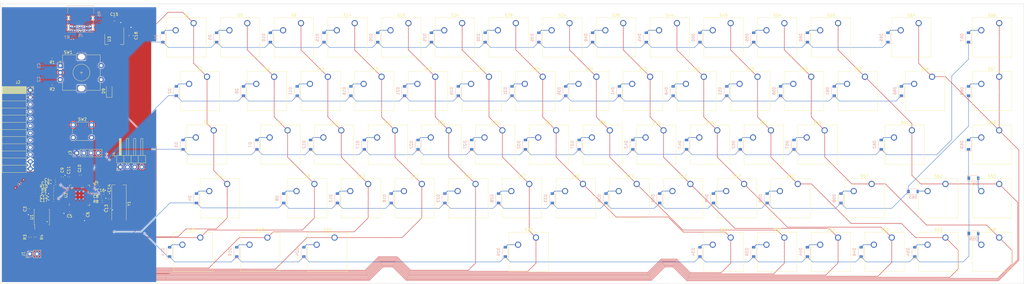
<source format=kicad_pcb>
(kicad_pcb (version 20211014) (generator pcbnew)
  (layers (0 "F.Cu" signal) (31 "B.Cu" signal) (34 "B.Paste" user) (35 "F.Paste" user) (36 "B.SilkS" user "B.Silkscreen") (37 "F.SilkS" user "F.Silkscreen") (38 "B.Mask" user) (39 "F.Mask" user) (44 "Edge.Cuts" user))
  (net 0 "")
  (net 1 "GPIO 19")
  (net 2 "GND")
  (net 3 "GPIO 20")
  (net 4 "+3V3")
  (net 5 "/XIN")
  (net 6 "Net-(C14-Pad2)")
  (net 7 "VBUS")
  (net 8 "/VREG_VOUT")
  (net 9 "Row 0")
  (net 10 "Net-(D1-Pad2)")
  (net 11 "Row 1")
  (net 12 "Net-(D2-Pad2)")
  (net 13 "Row 2")
  (net 14 "Net-(D3-Pad2)")
  (net 15 "Row 3")
  (net 16 "Net-(D4-Pad2)")
  (net 17 "Net-(D5-Pad2)")
  (net 18 "Net-(D6-Pad2)")
  (net 19 "Net-(D7-Pad2)")
  (net 20 "Net-(D8-Pad2)")
  (net 21 "Row 4")
  (net 22 "Net-(D9-Pad2)")
  (net 23 "Net-(D10-Pad2)")
  (net 24 "Net-(D11-Pad2)")
  (net 25 "Net-(D12-Pad2)")
  (net 26 "Net-(D13-Pad2)")
  (net 27 "Net-(D14-Pad2)")
  (net 28 "Net-(D15-Pad2)")
  (net 29 "Net-(D16-Pad2)")
  (net 30 "Net-(D17-Pad2)")
  (net 31 "Net-(D18-Pad2)")
  (net 32 "Net-(D19-Pad2)")
  (net 33 "Net-(D20-Pad2)")
  (net 34 "Net-(D21-Pad2)")
  (net 35 "Net-(D22-Pad2)")
  (net 36 "Net-(D23-Pad2)")
  (net 37 "Net-(D24-Pad2)")
  (net 38 "Net-(D25-Pad2)")
  (net 39 "Net-(D26-Pad2)")
  (net 40 "Net-(D27-Pad2)")
  (net 41 "Net-(D28-Pad2)")
  (net 42 "Net-(D29-Pad2)")
  (net 43 "Net-(D30-Pad2)")
  (net 44 "Net-(D31-Pad2)")
  (net 45 "Net-(D32-Pad2)")
  (net 46 "Net-(D33-Pad2)")
  (net 47 "Net-(D34-Pad2)")
  (net 48 "Net-(D35-Pad2)")
  (net 49 "Net-(D36-Pad2)")
  (net 50 "Net-(D37-Pad2)")
  (net 51 "Net-(D38-Pad2)")
  (net 52 "Net-(D39-Pad2)")
  (net 53 "Net-(D40-Pad2)")
  (net 54 "Net-(D41-Pad2)")
  (net 55 "Net-(D42-Pad2)")
  (net 56 "Net-(D43-Pad2)")
  (net 57 "Net-(D44-Pad2)")
  (net 58 "Net-(D45-Pad2)")
  (net 59 "Net-(D46-Pad2)")
  (net 60 "Net-(D47-Pad2)")
  (net 61 "Net-(D48-Pad2)")
  (net 62 "Net-(D49-Pad2)")
  (net 63 "Net-(D50-Pad2)")
  (net 64 "Net-(D51-Pad2)")
  (net 65 "Net-(D52-Pad2)")
  (net 66 "Net-(D53-Pad2)")
  (net 67 "Net-(D54-Pad2)")
  (net 68 "Net-(D55-Pad2)")
  (net 69 "Net-(D56-Pad2)")
  (net 70 "Net-(D57-Pad2)")
  (net 71 "Net-(D58-Pad2)")
  (net 72 "Net-(D59-Pad2)")
  (net 73 "Net-(D60-Pad2)")
  (net 74 "Net-(D61-Pad2)")
  (net 75 "Net-(D62-Pad2)")
  (net 76 "Net-(D63-Pad2)")
  (net 77 "Net-(D64-Pad2)")
  (net 78 "Net-(D65-Pad2)")
  (net 79 "Net-(D66-Pad2)")
  (net 80 "Net-(D67-Pad2)")
  (net 81 "Net-(D68-Pad2)")
  (net 82 "Net-(D69-Pad2)")
  (net 83 "Net-(J1-Pad1)")
  (net 84 "GPIO_22")
  (net 85 "GPIO_23")
  (net 86 "GPIO_24")
  (net 87 "GPIO_25")
  (net 88 "GPIO_26")
  (net 89 "GPIO_27")
  (net 90 "GPIO_28")
  (net 91 "GPIO_29")
  (net 92 "OLED_SCL")
  (net 93 "OLED_SDA")
  (net 94 "/SWCLK")
  (net 95 "/SWDIO")
  (net 96 "/QSPI_CS")
  (net 97 "Net-(R5-Pad2)")
  (net 98 "Net-(J5-PadB5)")
  (net 99 "Net-(J5-PadA5)")
  (net 100 "/XOUT")
  (net 101 "Net-(R9-Pad1)")
  (net 102 "USB_D+")
  (net 103 "Net-(R10-Pad1)")
  (net 104 "USB_D-")
  (net 105 "Col 0")
  (net 106 "Col 1")
  (net 107 "Col 2")
  (net 108 "Col 4")
  (net 109 "Col 5")
  (net 110 "Col 6")
  (net 111 "Col 7")
  (net 112 "Col 8")
  (net 113 "Col 9")
  (net 114 "Col 10")
  (net 115 "Col 11")
  (net 116 "Col 12")
  (net 117 "Col 13")
  (net 118 "/QSPI_SD1")
  (net 119 "/QSPI_SD2")
  (net 120 "/QSPI_SD0")
  (net 121 "/QSPI_SCK")
  (net 122 "/QSPI_SD3")
  (net 125 "Col 3")
  (footprint "Button_Switch_Keyboard:SW_Cherry_MX_1.00u_PCB" (layer "F.Cu") (at 276.38398 149.70138)
    (fp_text reference "S42")
    (fp_text value ",")
  )
  (footprint "Button_Switch_Keyboard:SW_Cherry_MX_1.00u_PCB" (layer "F.Cu") (at 223.99625 111.60125)
    (fp_text reference "S30")
    (fp_text value "y")
  )
  (footprint "Button_Switch_Keyboard:SW_Cherry_MX_1.00u_PCB" (layer "F.Cu") (at 181.13375 149.70125)
    (fp_text reference "S17")
    (fp_text value "c")
  )
  (footprint "Button_Switch_Keyboard:SW_Cherry_MX_1.00u_PCB" (layer "F.Cu") (at 385.92125 111.60125)
    (fp_text reference "S67")
    (fp_text value "End")
  )
  (footprint "Button_Switch_Keyboard:SW_Cherry_MX_1.00u_PCB" (layer "F.Cu") (at 228.75875 130.65125)
    (fp_text reference "S31")
    (fp_text value "h")
  )
  (footprint "Button_Switch_Keyboard:SW_Cherry_MX_1.00u_PCB" (layer "F.Cu") (at 262.09625 111.60125)
    (fp_text reference "S40")
    (fp_text value "i")
  )
  (footprint "Capacitor_SMD:C_0402_1005Metric_Pad0.74x0.62mm_HandSolder" (layer "F.Cu") (at 70.344206 155.017904 -90)
    (fp_text reference "C14")
    (fp_text value "27p")
  )
  (footprint "RP2040_minimal:Crystal_SMD_HC49-US" (layer "F.Cu") (at 73.711805 156.701702 -90)
    (fp_text reference "Y1")
    (fp_text value "ABLS-12.000MHZ-B4-T")
  )
  (footprint "Button_Switch_Keyboard:SW_Cherry_MX_1.25u_PCB" (layer "F.Cu") (at 126.365 168.75125)
    (fp_text reference "S18")
    (fp_text value "Super")
  )
  (footprint "Capacitor_SMD:C_0402_1005Metric_Pad0.74x0.62mm_HandSolder" (layer "F.Cu") (at 67.50951 154.356558)
    (fp_text reference "C8")
    (fp_text value "100n")
  )
  (footprint "Capacitor_SMD:C_0402_1005Metric_Pad0.74x0.62mm_HandSolder" (layer "F.Cu") (at 50.494464 153.129559 180)
    (fp_text reference "C7")
    (fp_text value "100n")
  )
  (footprint "Button_Switch_Keyboard:SW_Cherry_MX_1.00u_PCB" (layer "F.Cu") (at 385.92125 92.55125)
    (fp_text reference "S66")
    (fp_text value "Home")
  )
  (footprint "Button_Switch_Keyboard:SW_Cherry_MX_1.00u_PCB" (layer "F.Cu") (at 309.72125 168.75125)
    (fp_text reference "S38")
    (fp_text value "fn1")
  )
  (footprint "Button_Switch_Keyboard:SW_Cherry_MX_1.25u_PCB" (layer "F.Cu") (at 150.1775 168.75125)
    (fp_text reference "S23")
    (fp_text value "Alt")
  )
  (footprint "Button_Switch_Keyboard:SW_Cherry_MX_1.00u_PCB" (layer "F.Cu") (at 238.28375 149.70125)
    (fp_text reference "S32")
    (fp_text value "n")
  )
  (footprint "Capacitor_SMD:C_0402_1005Metric_Pad0.74x0.62mm_HandSolder" (layer "F.Cu") (at 70.344206 158.3855 90)
    (fp_text reference "C13")
    (fp_text value "27p")
  )
  (footprint "Button_Switch_Keyboard:SW_Cherry_MX_1.00u_PCB" (layer "F.Cu") (at 290.67125 168.75125)
    (fp_text reference "S33")
    (fp_text value "fn0")
  )
  (footprint "Button_Switch_Keyboard:SW_Cherry_MX_1.00u_PCB" (layer "F.Cu") (at 309.72125 92.55125)
    (fp_text reference "S54")
    (fp_text value "-")
  )
  (footprint "Resistor_SMD:R_0402_1005Metric_Pad0.72x0.64mm_HandSolder" (layer "F.Cu") (at 50.601605 150.614189 180)
    (fp_text reference "R10")
    (fp_text value "27")
  )
  (footprint "Diode_SMD:D_SOD-123" (layer "F.Cu") (at 70.246934 116.681348 90)
    (fp_text reference "D9")
    (fp_text value "~")
  )
  (footprint "Resistor_SMD:R_0402_1005Metric_Pad0.72x0.64mm_HandSolder" (layer "F.Cu") (at 66.457135 150.357529 -135)
    (fp_text reference "R5")
    (fp_text value "10k")
  )
  (footprint "Capacitor_SMD:C_0402_1005Metric_Pad0.74x0.62mm_HandSolder" (layer "F.Cu") (at 61.507868 160.571243 -90)
    (fp_text reference "C6")
    (fp_text value "100n")
  )
  (footprint "Button_Switch_Keyboard:SW_Cherry_MX_1.00u_PCB" (layer "F.Cu") (at 285.90875 130.65125)
    (fp_text reference "S46")
    (fp_text value "l")
  )
  (footprint "Capacitor_SMD:C_0402_1005Metric_Pad0.74x0.62mm_HandSolder" (layer "F.Cu") (at 53.57817 147.176429 90)
    (fp_text reference "C9")
    (fp_text value "100n")
  )
  (footprint "Button_Switch_Keyboard:SW_Cherry_MX_1.75u_PCB" (layer "F.Cu") (at 107.315 130.65125)
    (fp_text reference "S3")
    (fp_text value "Cpslck")
  )
  (footprint "Button_Switch_Keyboard:SW_Cherry_MX_1.00u_PCB" (layer "F.Cu") (at 204.94625 111.60125)
    (fp_text reference "S25")
    (fp_text value "t")
  )
  (footprint "Button_Switch_Keyboard:SW_Cherry_MX_6.25u_PCB" (layer "F.Cu") (at 221.615 168.75125)
    (fp_text reference "S28")
    (fp_text value "Space")
  )
  (footprint "Capacitor_SMD:C_0805_2012Metric_Pad1.18x1.45mm_HandSolder" (layer "F.Cu") (at 77.986004 97.036019 90)
    (fp_text reference "C18")
    (fp_text value "10u")
  )
  (footprint "Button_Switch_Keyboard:SW_Cherry_MX_1.00u_PCB" (layer "F.Cu") (at 185.89625 111.60125)
    (fp_text reference "S20")
    (fp_text value "r")
  )
  (footprint "Button_Switch_Keyboard:SW_Cherry_MX_1.00u_PCB" (layer "F.Cu") (at 347.82125 168.75125)
    (fp_text reference "S48")
    (fp_text value "Left")
  )
  (footprint "Button_Switch_THT:SW_PUSH_6mm_H4.3mm" (layer "F.Cu") (at 57.471926 128.71886)
    (fp_text reference "SW2")
    (fp_text value "RESET")
  )
  (footprint "Button_Switch_Keyboard:SW_Cherry_MX_1.00u_PCB" (layer "F.Cu") (at 190.65875 130.65125)
    (fp_text reference "S21")
    (fp_text value "f")
  )
  (footprint "Button_Switch_Keyboard:SW_Cherry_MX_1.00u_PCB" (layer "F.Cu") (at 214.47125 92.55125)
    (fp_text reference "S29")
    (fp_text value "6")
  )
  (footprint "Button_Switch_Keyboard:SW_Cherry_MX_1.00u_PCB" (layer "F.Cu") (at 366.87125 168.75125)
    (fp_text reference "S53")
    (fp_text value "Down")
  )
  (footprint "Button_Switch_Keyboard:SW_Cherry_MX_1.00u_PCB" (layer "F.Cu") (at 252.57125 92.55125)
    (fp_text reference "S39")
    (fp_text value "8")
  )
  (footprint "Button_Switch_Keyboard:SW_Cherry_MX_1.00u_PCB" (layer "F.Cu") (at 176.37125 92.55125)
    (fp_text reference "S19")
    (fp_text value "4")
  )
  (footprint "Button_Switch_Keyboard:SW_Cherry_MX_1.00u_PCB" (layer "F.Cu") (at 162.08375 149.70125)
    (fp_text reference "S12")
    (fp_text value "x")
  )
  (footprint "Button_Switch_Keyboard:SW_Cherry_MX_1.00u_PCB" (layer "F.Cu") (at 152.55875 130.65125)
    (fp_text reference "S11")
    (fp_text value "s")
  )
  (footprint "Button_Switch_Keyboard:SW_Cherry_MX_1.00u_PCB" (layer "F.Cu") (at 157.32125 92.55125)
    (fp_text reference "S14")
    (fp_text value "3")
  )
  (footprint "Package_TO_SOT_SMD:SOT-223-3_TabPin2" (layer "F.Cu") (at 72.032873 98.226645 -90)
    (fp_text reference "U3")
    (fp_text value "NCP1117-3.3_SOT223")
  )
  (footprint "RP2040_minimal:RP2040-QFN-56" (layer "F.Cu") (at 59.721926 153.725132 90)
    (fp_text reference "U2")
    (fp_text value "RP2040")
  )
  (footprint "Capacitor_SMD:C_0402_1005Metric_Pad0.74x0.62mm_HandSolder" (layer "F.Cu") (at 55.852281 147.204242 90)
    (fp_text reference "C11")
    (fp_text value "100n")
  )
  (footprint "Resistor_SMD:R_0402_1005Metric_Pad0.72x0.64mm_HandSolder" (layer "F.Cu") (at 50.601605 151.804815 180)
    (fp_text reference "R9")
    (fp_text value "27")
  )
  (footprint "Button_Switch_Keyboard:SW_Cherry_MX_1.00u_PCB" (layer "F.Cu") (at 328.77125 168.75125)
    (fp_text reference "S43")
    (fp_text value "RCtrl")
  )
  (footprint "Button_Switch_Keyboard:SW_Cherry_MX_1.00u_PCB" (layer "F.Cu") (at 271.62125 92.55125)
    (fp_text reference "S44")
    (fp_text value "9")
  )
  (footprint "Button_Switch_Keyboard:SW_Cherry_MX_1.50u_PCB" (layer "F.Cu") (at 362.10875 111.60125)
    (fp_text reference "S65")
    (fp_text value "\\")
  )
  (footprint "Button_Switch_Keyboard:SW_Cherry_MX_1.00u_PCB" (layer "F.Cu") (at 128.74625 111.60125)
    (fp_text reference "S6")
    (fp_text value "q")
  )
  (footprint "Button_Switch_Keyboard:SW_Cherry_MX_1.00u_PCB" (layer "F.Cu") (at 295.43375 149.70125)
    (fp_text reference "S47")
    (fp_text value ".")
  )
  (footprint "Button_Switch_Keyboard:SW_Cherry_MX_1.00u_PCB" (layer "F.Cu") (at 300.19625 111.60125)
    (fp_text reference "S50")
    (fp_text value "p")
  )
  (footprint "Button_Switch_Keyboard:SW_Cherry_MX_1.00u_PCB" (layer "F.Cu") (at 243.04625 111.60125)
    (fp_text reference "S35")
    (fp_text value "u")
  )
  (footprint "Resistor_SMD:R_0402_1005Metric_Pad0.72x0.64mm_HandSolder" (layer "F.Cu") (at 50.004105 105.370401 180)
    (fp_text reference "R1")
    (fp_text value "10k")
  )
  (footprint "Button_Switch_Keyboard:SW_Cherry_MX_1.00u_PCB" (layer "F.Cu") (at 233.52125 92.55125)
    (fp_text reference "S34")
    (fp_text value "7")
  )
  (footprint "Button_Switch_Keyboard:SW_Cherry_MX_1.00u_PCB" (layer "F.Cu") (at 166.84625 111.60125)
    (fp_text reference "S15")
    (fp_text value "e")
  )
  (footprint "Button_Switch_Keyboard:SW_Cherry_MX_1.00u_PCB" (layer "F.Cu") (at 100.17125 92.55125)
    (fp_text reference "S1")
    (fp_text value "`")
  )
  (footprint "Button_Switch_Keyboard:SW_Cherry_MX_1.00u_PCB" (layer "F.Cu") (at 143.03375 149.70125)
    (fp_text reference "S8")
    (fp_text value "z")
  )
  (footprint "Package_SO:SOIC-8_5.23x5.23mm_P1.27mm" (layer "F.Cu") (at 46.327273 161.463941 90)
    (fp_text reference "U1")
    (fp_text value "W25Q128JVS")
  )
  (footprint "Button_Switch_Keyboard:SW_Cherry_MX_1.00u_PCB" (layer "F.Cu") (at 290.67125 92.55125)
    (fp_text reference "S49")
    (fp_text value "0")
  )
  (footprint "Capacitor_SMD:C_0402_1005Metric_Pad0.74x0.62mm_HandSolder" (layer "F.Cu") (at 51.196918 148.367055 180)
    (fp_text reference "C4")
    (fp_text value "1u")
  )
  (footprint "Button_Switch_Keyboard:SW_Cherry_MX_2.25u_PCB" (layer "F.Cu") (at 112.0775 149.70125)
    (fp_text reference "S4")
    (fp_text value "Shft")
  )
  (footprint "Button_Switch_Keyboard:SW_Cherry_MX_1.00u_PCB" (layer "F.Cu") (at 138.27125 92.55125)
    (fp_text reference "S9")
    (fp_text value "2")
  )
  (footprint "Capacitor_SMD:C_0402_1005Metric_Pad0.74x0.62mm_HandSolder" (layer "F.Cu") (at 60.019472 146.55355 90)
    (fp_text reference "C10")
    (fp_text value "100n")
  )
  (footprint "Connector_PinHeader_2.54mm:PinHeader_1x04_P2.54mm_Horizontal" (layer "F.Cu") (at 74.186003 143.678242 90)
    (fp_text reference "J4")
    (fp_text value "Debug")
  )
  (footprint "Resistor_SMD:R_0402_1005Metric_Pad0.72x0.64mm_HandSolder" (layer "F.Cu") (at 42.160082 168.607697 -90)
    (fp_text reference "R3")
    (fp_text value "1k")
  )
  (footprint "Button_Switch_Keyboard:SW_Cherry_MX_1.00u_PCB" (layer "F.Cu") (at 281.14625 111.60125)
    (fp_text reference "S45")
    (fp_text value "o")
  )
  (footprint "Button_Switch_Keyboard:SW_Cherry_MX_1.00u_PCB" (layer "F.Cu") (at 133.50875 130.65125)
    (fp_text reference "S7")
    (fp_text value "a")
  )
  (footprint "Button_Switch_Keyboard:SW_Cherry_MX_2.00u_PCB" (layer "F.Cu") (at 357.34625 92.55125)
    (fp_text reference "S64")
    (fp_text value "Bksp")
  )
  (footprint "Button_Switch_Keyboard:SW_Cherry_MX_1.00u_PCB" (layer "F.Cu") (at 195.42125 92.55125)
    (fp_text reference "S24")
    (fp_text value "5")
  )
  (footprint "Button_Switch_Keyboard:SW_Cherry_MX_1.00u_PCB" (layer "F.Cu") (at 385.92125 149.70125)
    (fp_text reference "S63")
    (fp_text value "PgDown")
  )
  (footprint "Button_Switch_Keyboard:SW_Cherry_MX_1.25u_PCB" (layer "F.Cu") (at 102.5525 168.75125)
    (fp_text reference "S13")
    (fp_text value "Ctrl")
  )
  (footprint "Button_Switch_Keyboard:SW_Cherry_MX_1.00u_PCB" (layer "F.Cu") (at 385.92125 130.65125)
    (fp_text reference "S68")
    (fp_text value "PgUp")
  )
  (footprint "Capacitor_SMD:C_0402_1005Metric_Pad0.74x0.62mm_HandSolder" (layer "F.Cu") (at 56.150042 159.975929 180)
    (fp_text reference "C5")
    (fp_text value "100n")
  )
  (footprint "Button_Switch_Keyboard:SW_Cherry_MX_1.00u_PCB" (layer "F.Cu") (at 314.48375 149.70125)
    (fp_text reference "S52")
    (fp_text value "/")
  )
  (footprint "Button_Switch_Keyboard:SW_Cherry_MX_1.75u_PCB" (layer "F.Cu") (at 340.6775 149.70125)
    (fp_text reference "S57")
    (fp_text value "RShft")
  )
  (footprint "Resistor_SMD:R_0402_1005Metric_Pad0.72x0.64mm_HandSolder" (layer "F.Cu") (at 43.946021 168.607697 90)
    (fp_text reference "R4")
    (fp_text value "10k DNF")
  )
  (footprint "Capacitor_SMD:C_0402_1005Metric_Pad0.74x0.62mm_HandSolder" (layer "F.Cu") (at 51.196918 149.557681 180)
    (fp_text reference "C19")
    (fp_text value "1u")
  )
  (footprint "Button_Switch_Keyboard:SW_Cherry_MX_1.00u_PCB" (layer "F.Cu") (at 266.85875 130.65125)
    (fp_text reference "S41")
    (fp_text value "k")
  )
  (footprint "Button_Switch_Keyboard:SW_Cherry_MX_1.00u_PCB" (layer "F.Cu") (at 324.00902 130.651364)
    (fp_text reference "S56")
    (fp_text value "'")
  )
  (footprint "Button_Switch_Keyboard:SW_Cherry_MX_1.00u_PCB" (layer "F.Cu") (at 119.22125 92.55125)
    (fp_text reference "S5")
    (fp_text value "1")
  )
  (footprint "Button_Switch_Keyboard:SW_Cherry_MX_1.00u_PCB" (layer "F.Cu") (at 209.70875 130.65125)
    (fp_text reference "S26")
    (fp_text value "g")
  )
  (footprint "Capacitor_SMD:C_0402_1005Metric_Pad0.74x0.62mm_HandSolder" (layer "F.Cu") (at 50.494464 155.510811 180)
    (fp_text reference "C17")
    (fp_text value "100n")
  )
  (footprint "Capacitor_SMD:C_0402_1005Metric_Pad0.74x0.62mm_HandSolder" (layer "F.Cu") (at 50.494464 154.320185 180)
    (fp_text reference "C12")
    (fp_text value "100n")
  )
  (footprint "Button_Switch_Keyboard:SW_Cherry_MX_1.00u_PCB" (layer "F.Cu") (at 319.24625 111.60125)
    (fp_text reference "S55")
    (fp_text value "[")
  )
  (footprint "Button_Switch_Keyboard:SW_Cherry_MX_1.00u_PCB" (layer "F.Cu") (at 366.87125 149.70125)
    (fp_text reference "S62")
    (fp_text value "Up")
  )
  (footprint "Resistor_SMD:R_0402_1005Metric_Pad0.72x0.64mm_HandSolder" (layer "F.Cu") (at 50.006292 114.895409 180)
    (fp_text reference "R2")
    (fp_text value "10k")
  )
  (footprint "Button_Switch_Keyboard:SW_Cherry_MX_1.00u_PCB" (layer "F.Cu") (at 304.95875 130.65125)
    (fp_text reference "S51")
    (fp_text value ";")
  )
  (footprint "Button_Switch_Keyboard:SW_Cherry_MX_1.00u_PCB" (layer "F.Cu") (at 385.92125 168.75125)
    (fp_text reference "S58")
    (fp_text value "Right")
  )
  (footprint "Capacitor_SMD:C_0402_1005Metric_Pad0.74x0.62mm_HandSolder" (layer "F.Cu") (at 41.564769 158.487376 -90)
    (fp_text reference "C3")
    (fp_text value "100n")
  )
  (footprint "Button_Switch_Keyboard:SW_Cherry_MX_2.25u_PCB" (layer "F.Cu") (at 354.965 130.65125)
    (fp_text reference "S61")
    (fp_text value "Enter")
  )
  (footprint "Button_Switch_Keyboard:SW_Cherry_MX_1.00u_PCB" (layer "F.Cu") (at 247.80875 130.65125)
    (fp_text reference "S36")
    (fp_text value "j")
  )
  (footprint "Button_Switch_Keyboard:SW_Cherry_MX_1.00u_PCB" (layer "F.Cu") (at 171.60875 130.65125)
    (fp_text reference "S16")
    (fp_text value "d")
  )
  (footprint "Capacitor_SMD:C_0805_2012Metric_Pad1.18x1.45mm_HandSolder" (layer "F.Cu") (at 72.032874 91.082889)
    (fp_text reference "C15")
    (fp_text value "10u")
  )
  (footprint "Button_Switch_Keyboard:SW_Cherry_MX_1.00u_PCB" (layer "F.Cu") (at 200.18375 149.70125)
    (fp_text reference "S22")
    (fp_text value "v")
  )
  (footprint "Resistor_SMD:R_0402_1005Metric_Pad0.72x0.64mm_HandSolder" (layer "F.Cu") (at 67.818507 155.859801 180)
    (fp_text reference "R8")
    (fp_text value "1k")
  )
  (footprint "Button_Switch_Keyboard:SW_Cherry_MX_1.00u_PCB" (layer "F.Cu") (at 257.33375 149.70125)
    (fp_text reference "S37")
    (fp_text value "m")
  )
  (footprint "Rotary_Encoder:RotaryEncoder_Alps_EC12E-Switch_Vertical_H20mm" (layer "F.Cu") (at 52.876613 107.632905)
    (fp_text reference "SW1")
    (fp_text value "RotaryEnc")
  )
  (footprint "Connector_PinHeader_2.54mm:PinHeader_1x02_P2.54mm_Vertical" (layer "F.Cu") (at 42.075708 174.560827 90)
    (fp_text reference "J1")
    (fp_text value "USB_BOOT")
  )
  (footprint "Button_Switch_Keyboard:SW_Cherry_MX_1.00u_PCB" (layer "F.Cu") (at 219.23375 149.70125)
    (fp_text reference "S27")
    (fp_text value "b")
  )
  (footprint "Capacitor_SMD:C_0402_1005Metric_Pad0.74x0.62mm_HandSolder" (layer "F.Cu") (at 68.353854 153.093896)
    (fp_text reference "C16")
    (fp_text value "100n")
  )
  (footprint "Button_Switch_Keyboard:SW_Cherry_MX_1.00u_PCB" (layer "F.Cu") (at 147.79625 111.60125)
    (fp_text reference "S10")
    (fp_text value "w")
  )
  (footprint "Connector_PinHeader_2.54mm:PinHeader_1x04_P2.54mm_Vertical" (layer "F.Cu") (at 58.707865 138.707929 90)
    (fp_text reference "J3")
    (fp_text value "Screen")
  )
  (footprint "Button_Switch_Keyboard:SW_Cherry_MX_1.00u_PCB" (layer "F.Cu") (at 338.29625 111.60125)
    (fp_text reference "S60")
    (fp_text value "]")
  )
  (footprint "Button_Switch_Keyboard:SW_Cherry_MX_1.00u_PCB" (layer "F.Cu") (at 328.77125 92.55125)
    (fp_text reference "S59")
    (fp_text value "=")
  )
  (footprint "Connector_PinSocket_2.54mm:PinSocket_1x12_P2.54mm_Horizontal" (layer "F.Cu") (at 42.267223 116.373547)
    (fp_text reference "J2")
    (fp_text value "GPIO")
  )
  (footprint "Button_Switch_Keyboard:SW_Cherry_MX_1.50u_PCB" (layer "F.Cu") (at 104.93375 111.60125)
    (fp_text reference "S2")
    (fp_text value "Tab")
  )
  (footprint "Diode_SMD:D_SOD-123" (layer "B.Cu") (at 346.472166 97.631332 90)
    (fp_text reference "D65")
    (fp_text value "~")
  )
  (footprint "Diode_SMD:D_SOD-123" (layer "B.Cu") (at 376.833129 167.282953)
    (fp_text reference "D59")
    (fp_text value "~")
  )
  (footprint "Resistor_SMD:R_0402_1005Metric_Pad0.72x0.64mm_HandSolder" (layer "B.Cu") (at 66.675056 91.678202 -90)
    (fp_text reference "R6")
    (fp_text value "5.1k")
  )
  (footprint "Diode_SMD:D_SOD-123" (layer "B.Cu") (at 179.784526 135.731364 90)
    (fp_text reference "D22")
    (fp_text value "~")
  )
  (footprint "Diode_SMD:D_SOD-123" (layer "B.Cu") (at 170.259518 154.78125 90)
    (fp_text reference "D18")
    (fp_text value "~")
  )
  (footprint "Diode_SMD:D_SOD-123" (layer "B.Cu") (at 91.678202 173.831396 90)
    (fp_text reference "D14")
    (fp_text value "~")
  )
  (footprint "Diode_SMD:D_SOD-123" (layer "B.Cu") (at 141.684494 135.731364 90)
    (fp_text reference "D12")
    (fp_text value "~")
  )
  (footprint "Diode_SMD:D_SOD-123" (layer "B.Cu") (at 376.833129 147.637624)
    (fp_text reference "D64")
    (fp_text value "~")
  )
  (footprint "Resistor_SMD:R_0402_1005Metric_Pad0.72x0.64mm_HandSolder" (layer "B.Cu") (at 57.743174 97.631332)
    (fp_text reference "R7")
    (fp_text value "5.1k")
  )
  (footprint "Diode_SMD:D_SOD-123" (layer "B.Cu") (at 344.090914 135.731364 90)
    (fp_text reference "D62")
    (fp_text value "~")
  )
  (footprint "Diode_SMD:D_SOD-123" (layer "B.Cu") (at 313.134638 135.731364 90)
    (fp_text reference "D57")
    (fp_text value "~")
  )
  (footprint "Diode_SMD:D_SOD-123" (layer "B.Cu") (at 213.122054 116.681348 90)
    (fp_text reference "D31")
    (fp_text value "~")
  )
  (footprint "Diode_SMD:D_SOD-123" (layer "B.Cu") (at 89.29695 97.631332 90)
    (fp_text reference "D1")
    (fp_text value "~")
  )
  (footprint "Diode_SMD:D_SOD-123" (layer "B.Cu") (at 127.396982 97.631332 90)
    (fp_text reference "D10")
    (fp_text value "~")
  )
  (footprint "Diode_SMD:D_SOD-123" (layer "B.Cu") (at 317.897142 97.631332 90)
    (fp_text reference "D60")
    (fp_text value "~")
  )
  (footprint "Diode_SMD:D_SOD-123" (layer "B.Cu") (at 122.634478 135.731364 90)
    (fp_text reference "D7")
    (fp_text value "~")
  )
  (footprint "Diode_SMD:D_SOD-123" (layer "B.Cu") (at 298.847126 97.631332 90)
    (fp_text reference "D55")
    (fp_text value "~")
  )
  (footprint "Diode_SMD:D_SOD-123" (layer "B.Cu") (at 255.98459 135.731364 90)
    (fp_text reference "D42")
    (fp_text value "~")
  )
  (footprint "Diode_SMD:D_SOD-123" (layer "B.Cu") (at 355.401861 152.400128)
    (fp_text reference "D63")
    (fp_text value "~")
  )
  (footprint "Diode_SMD:D_SOD-123" (layer "B.Cu") (at 136.92199 116.681348 90)
    (fp_text reference "D11")
    (fp_text value "~")
  )
  (footprint "Diode_SMD:D_SOD-123" (layer "B.Cu") (at 270.272102 116.681348 90)
    (fp_text reference "D46")
    (fp_text value "~")
  )
  (footprint "Diode_SMD:D_SOD-123" (layer "B.Cu") (at 117.871974 116.681348 90)
    (fp_text reference "D6")
    (fp_text value "~")
  )
  (footprint "Diode_SMD:D_SOD-123" (layer "B.Cu") (at 210.740802 173.831396 90)
    (fp_text reference "D29")
    (fp_text value "~")
  )
  (footprint "Diode_SMD:D_SOD-123" (layer "B.Cu") (at 265.509598 154.78138 90)
    (fp_text reference "D43")
    (fp_text value "~")
  )
  (footprint "Diode_SMD:D_SOD-123" (layer "B.Cu") (at 232.17207 116.681348 90)
    (fp_text reference "D36")
    (fp_text value "~")
  )
  (footprint "Diode_SMD:D_SOD-123" (layer "B.Cu") (at 208.35955 154.78138 90)
    (fp_text reference "D28")
    (fp_text value "~")
  )
  (footprint "Diode_SMD:D_SOD-123" (layer "B.Cu") (at 294.084622 135.731364 90)
    (fp_text reference "D52")
    (fp_text value "~")
  )
  (footprint "Diode_SMD:D_SOD-123" (layer "B.Cu") (at 298.847126 173.831396 90)
    (fp_text reference "D39")
    (fp_text value "~")
  )
  (footprint "Diode_SMD:D_SOD-123" (layer "B.Cu") (at 165.497014 97.631332 90)
    (fp_text reference "D20")
    (fp_text value "~")
  )
  (footprint "Diode_SMD:D_SOD-123" (layer "B.Cu") (at 251.222086 116.681348 90)
    (fp_text reference "D41")
    (fp_text value "~")
  )
  (footprint "Diode_SMD:D_SOD-123" (layer "B.Cu") (at 151.209502 154.78138 90)
    (fp_text reference "D13")
    (fp_text value "~")
  )
  (footprint "Diode_SMD:D_SOD-123" (layer "B.Cu") (at 227.409566 154.78138 90)
    (fp_text reference "D33")
    (fp_text value "~")
  )
  (footprint "Diode_SMD:D_SOD-123" (layer "B.Cu") (at 329.803402 154.78138 90)
    (fp_text reference "D58")
    (fp_text value "~")
  )
  (footprint "Diode_SMD:D_SOD-123" (layer "B.Cu") (at 303.60963 154.78138 90)
    (fp_text reference "D53")
    (fp_text value "~")
  )
  (footprint "Diode_SMD:D_SOD-123" (layer "B.Cu") (at 115.490722 173.831396 90)
    (fp_text reference "D19")
    (fp_text value "~")
  )
  (footprint "Diode_SMD:D_SOD-123" (layer "B.Cu") (at 236.934574 135.731364 90)
    (fp_text reference "D37")
    (fp_text value "~")
  )
  (footprint "Diode_SMD:D_SOD-123" (layer "B.Cu") (at 160.73451 135.731364 90)
    (property "Value" "")
    (fp_text reference "D17")
    (fp_text value "~")
  )
  (footprint "Diode_SMD:D_SOD-123" (layer "B.Cu") (at 132.159486 154.78138 90)
    (fp_text reference "D8")
    (fp_text value "~")
  )
  (footprint "Diode_SMD:D_SOD-123" (layer "B.Cu") (at 184.54703 97.631332 90)
    (fp_text reference "D25")
    (fp_text value "~")
  )
  (footprint "Connector_USB:USB_C_Receptacle_GCT_USB4085" (layer "B.Cu") (at 57.151613 95.107889)
    (fp_text reference "J5")
    (fp_text value "USB_C")
  )
  (footprint "Diode_SMD:D_SOD-123" (layer "B.Cu") (at 327.42215 116.681348 90)
    (fp_text reference "D61")
    (fp_text value "~")
  )
  (footprint "Diode_SMD:D_SOD-123" (layer "B.Cu") (at 139.303242 173.831396 90)
    (fp_text reference "D24")
    (fp_text value "~")
  )
  (footprint "Diode_SMD:D_SOD-123" (layer "B.Cu") (at 275.034606 135.731364 90)
    (fp_text reference "D47")
    (fp_text value "~")
  )
  (footprint "Diode_SMD:D_SOD-123" (layer "B.Cu") (at 94.059454 116.681348 90)
    (fp_text reference "D2")
    (fp_text value "~")
  )
  (footprint "Diode_SMD:D_SOD-123" (layer "B.Cu") (at 317.897142 173.831396 90)
    (fp_text reference "D44")
    (fp_text value "~")
  )
  (footprint "Diode_SMD:D_SOD-123" (layer "B.Cu") (at 279.79711 97.631332 90)
    (fp_text reference "D50")
    (fp_text value "~")
  )
  (footprint "Diode_SMD:D_SOD-123" (layer "B.Cu") (at 155.972006 116.681348 90)
    (fp_text reference "D16")
    (fp_text value "~")
  )
  (footprint "Capacitor_SMD:C_0402_1005Metric_Pad0.74x0.62mm_HandSolder" (layer "B.Cu") (at 46.434414 107.751653 -90)
    (fp_text reference "C1")
    (fp_text value "1u")
  )
  (footprint "Diode_SMD:D_SOD-123" (layer "B.Cu") (at 355.997174 173.831396 90)
    (fp_text reference "D54")
    (fp_text value "~")
  )
  (footprint "Diode_SMD:D_SOD-123" (layer "B.Cu") (at 101.20321 154.78138 90)
    (fp_text reference "D4")
    (fp_text value "~")
  )
  (footprint "Diode_SMD:D_SOD-123" (layer "B.Cu") (at 146.446998 97.631332 90)
    (fp_text reference "D15")
    (fp_text value "~")
  )
  (footprint "Diode_SMD:D_SOD-123" (layer "B.Cu") (at 189.309534 154.78138 90)
    (fp_text reference "D23")
    (fp_text value "~")
  )
  (footprint "Diode_SMD:D_SOD-123" (layer "B.Cu") (at 246.459582 154.78138 90)
    (fp_text reference "D38")
    (fp_text value "~")
  )
  (footprint "Diode_SMD:D_SOD-123" (layer "B.Cu") (at 279.79711 173.831396 90)
    (fp_text reference "D34")
    (fp_text value "~")
  )
  (footprint "Diode_SMD:D_SOD-123" (layer "B.Cu") (at 241.697078 97.631332 90)
    (fp_text reference "D40")
    (fp_text value "~")
  )
  (footprint "Diode_SMD:D_SOD-123" (layer "B.Cu") (at 375.04719 97.631332 90)
    (fp_text reference "D67")
    (fp_text value "~")
  )
  (footprint "Diode_SMD:D_SOD-123" (layer "B.Cu") (at 222.647062 97.631332 90)
    (fp_text reference "D35")
    (fp_text value "~")
  )
  (footprint "Diode_SMD:D_SOD-123" (layer "B.Cu") (at 108.346966 97.631332 90)
    (fp_text reference "D5")
    (fp_text value "~")
  )
  (footprint "Diode_SMD:D_SOD-123" (layer "B.Cu") (at 260.747094 97.631332 90)
    (fp_text reference "D45")
    (fp_text value "~")
  )
  (footprint "Diode_SMD:D_SOD-123" (layer "B.Cu") (at 194.072038 116.681348 90)
    (fp_text reference "D26")
    (fp_text value "~")
  )
  (footprint "Diode_SMD:D_SOD-123" (layer "B.Cu") (at 375.04719 116.681348 90)
    (fp_text reference "D68")
    (fp_text value "~")
  )
  (footprint "Capacitor_SMD:C_0402_1005Metric_Pad0.74x0.62mm_HandSolder" (layer "B.Cu") (at 46.434414 112.54197 -90)
    (fp_text reference "C2")
    (fp_text value "1u")
  )
  (footprint "Diode_SMD:D_SOD-123" (layer "B.Cu") (at 375.04719 135.731364 90)
    (fp_text reference "D69")
    (fp_text value "~")
  )
  (footprint "Diode_SMD:D_SOD-123" (layer "B.Cu") (at 217.884558 135.731364 90)
    (fp_text reference "D32")
    (fp_text value "~")
  )
  (footprint "Diode_SMD:D_SOD-123" (layer "B.Cu") (at 175.022022 116.681348 90)
    (fp_text reference "D21")
    (fp_text value "~")
  )
  (footprint "Diode_SMD:D_SOD-123" (layer "B.Cu") (at 351.23467 116.681348 90)
    (fp_text reference "D66")
    (fp_text value "~")
  )
  (footprint "Diode_SMD:D_SOD-123" (layer "B.Cu") (at 203.597046 97.631332 90)
    (fp_text reference "D30")
    (fp_text value "~")
  )
  (footprint "Diode_SMD:D_SOD-123" (layer "B.Cu") (at 284.559614 154.78138 90)
    (fp_text reference "D48")
    (fp_text value "~")
  )
  (footprint "Diode_SMD:D_SOD-123" (layer "B.Cu") (at 96.440706 135.731364 90)
    (fp_text reference "D3")
    (fp_text value "~")
  )
  (footprint "Diode_SMD:D_SOD-123" (layer "B.Cu") (at 308.372134 116.681348 90)
    (fp_text reference "D56")
    (fp_text value "~")
  )
  (footprint "Diode_SMD:D_SOD-123" (layer "B.Cu") (at 198.834542 135.731364 90)
    (fp_text reference "D27")
    (fp_text value "~")
  )
  (footprint "Diode_SMD:D_SOD-123" (layer "B.Cu") (at 289.322118 116.681348 90)
    (fp_text reference "D51")
    (fp_text value "~")
  )
  (footprint "Diode_SMD:D_SOD-123" (layer "B.Cu") (at 336.947158 173.831396 90)
    (fp_text reference "D49")
    (fp_text value "~")
  )
  (gr_line (start 394.692519 85.725072) (end 31.551589 85.725072) (layer "Edge.Cuts") (width 0.1))
  (gr_line (start 31.551589 85.725072) (end 31.551589 185.142343) (layer "Edge.Cuts") (width 0.1))
  (gr_line (start 269.081476 185.142343) (end 394.692519 185.142343) (layer "Edge.Cuts") (width 0.1))
  (gr_line (start 269.081476 185.142343) (end 31.551589 185.142343) (layer "Edge.Cuts") (width 0.1))
  (gr_line (start 394.692519 85.725072) (end 394.692519 185.142343) (layer "Edge.Cuts") (width 0.1))
  (segment (start 52.876613 107.632905) (end 52.864109 107.632905) (width 0.15) (layer "F.Cu") (net 1))
  (segment (start 52.864109 107.632905) (end 50.601605 105.370401) (width 0.15) (layer "F.Cu") (net 1))
  (segment (start 52.876613 107.632905) (end 46.883166 107.632905) (width 0.15) (layer "B.Cu") (net 1))
  (segment (start 46.883166 107.632905) (end 46.434414 107.184153) (width 0.15) (layer "B.Cu") (net 1))
  (segment (start 41.564769 159.054876) (end 41.564769 160.627369) (width 0.15) (layer "F.Cu") (net 2))
  (segment (start 64.237556 154.725132) (end 68.460995 158.948571) (width 0.15) (layer "F.Cu") (net 2))
  (segment (start 48.949784 155.510811) (end 48.815666 155.376693) (width 0.15) (layer "F.Cu") (net 2))
  (segment (start 49.926964 154.320185) (end 48.681548 154.320185) (width 0.15) (layer "F.Cu") (net 2))
  (segment (start 61.507868 161.138743) (end 61.507868 162.711078) (width 0.15) (layer "F.Cu") (net 2))
  (segment (start 55.419274 160.139197) (end 54.173483 160.139197) (width 0.15) (layer "F.Cu") (net 2))
  (segment (start 71.433131 158.953) (end 71.43756 158.948571) (width 0.15) (layer "F.Cu") (net 2))
  (segment (start 63.159426 154.725132) (end 64.237556 154.725132) (width 0.15) (layer "F.Cu") (net 2))
  (segment (start 50.629418 148.367055) (end 49.545097 148.367055) (width 0.15) (layer "F.Cu") (net 2))
  (segment (start 53.605983 146.636742) (end 53.57817 146.608929) (width 0.15) (layer "F.Cu") (net 2))
  (segment (start 54.579052 146.636742) (end 53.605983 146.636742) (width 0.15) (layer "F.Cu") (net 2))
  (segment (start 50.629418 148.367055) (end 50.629418 149.557681) (width 0.15) (layer "F.Cu") (net 2))
  (segment (start 48.232273 163.127682) (end 48.220353 163.115762) (width 0.15) (layer "F.Cu") (net 2))
  (segment (start 55.582542 159.975929) (end 55.419274 160.139197) (width 0.15) (layer "F.Cu") (net 2))
  (segment (start 49.926964 153.129559) (end 48.681548 153.129559) (width 0.15) (layer "F.Cu") (net 2))
  (segment (start 77.986004 95.998519) (end 77.986003 95.998518) (width 0.15) (layer "F.Cu") (net 2))
  (segment (start 60.019472 145.98605) (end 60.019472 144.7682) (width 0.15) (layer "F.Cu") (net 2))
  (segment (start 55.852281 146.636742) (end 54.579052 146.636742) (width 0.15) (layer "F.Cu") (net 2))
  (segment (start 70.344206 154.450404) (end 70.344206 153.092713) (width 0.15) (layer "F.Cu") (net 2))
  (segment (start 73.070374 91.082889) (end 74.332873 92.345388) (width 0.15) (layer "F.Cu") (net 2))
  (segment (start 49.926964 155.510811) (end 48.949784 155.510811) (width 0.15) (layer "F.Cu") (net 2))
  (segment (start 68.07701 154.356558) (end 68.631486 154.356558) (width 0.15) (layer "F.Cu") (net 2))
  (segment (start 74.332873 92.345388) (end 74.332873 95.076645) (width 0.15) (layer "F.Cu") (net 2))
  (segment (start 48.232273 165.063941) (end 48.232273 163.127682) (width 0.15) (layer "F.Cu") (net 2))
  (segment (start 77.986003 95.998518) (end 77.986003 94.059454) (width 0.15) (layer "F.Cu") (net 2))
  (segment (start 68.631486 154.356558) (end 69.056308 154.78138) (width 0.15) (layer "F.Cu") (net 2))
  (segment (start 68.921354 152.265174) (end 68.921354 151.939769) (width 0.15) (layer "F.Cu") (net 2))
  (segment (start 68.921354 153.093896) (end 68.921354 152.265174) (width 0.15) (layer "F.Cu") (net 2))
  (segment (start 70.344206 158.953) (end 71.433131 158.953) (width 0.15) (layer "F.Cu") (net 2))
  (segment (start 50.629418 149.557681) (end 49.545097 149.557681) (width 0.15) (layer "F.Cu") (net 2))
  (via (at 70.344206 153.092713) (size 0.6) (drill 0.35) (layers "F.Cu" "B.Cu") (net 2))
  (via (at 48.681548 154.320185) (size 0.6) (drill 0.35) (layers "F.Cu" "B.Cu") (net 2))
  (via (at 74.332873 92.345388) (size 0.6) (drill 0.35) (layers "F.Cu" "B.Cu") (net 2))
  (via (at 48.815666 155.376693) (size 0.6) (drill 0.35) (layers "F.Cu" "B.Cu") (net 2))
  (via (at 60.019472 144.7682) (size 0.6) (drill 0.35) (layers "F.Cu" "B.Cu") (net 2))
  (via (at 61.507868 162.711078) (size 0.6) (drill 0.35) (layers "F.Cu" "B.Cu") (net 2))
  (via (at 41.564769 160.627369) (size 0.6) (drill 0.35) (layers "F.Cu" "B.Cu") (net 2))
  (via (at 48.220353 163.115762) (size 0.6) (drill 0.35) (layers "F.Cu" "B.Cu") (net 2))
  (via (at 49.545097 148.367055) (size 0.6) (drill 0.35) (layers "F.Cu" "B.Cu") (net 2))
  (via (at 77.986003 94.059454) (size 0.8) (drill 0.4) (layers "F.Cu" "B.Cu") (net 2))
  (via (at 68.460995 158.948571) (size 0.6) (drill 0.35) (layers "F.Cu" "B.Cu") (net 2))
  (via (at 69.056308 154.78138) (size 0.6) (drill 0.35) (layers "F.Cu" "B.Cu") (net 2))
  (via (at 48.681548 153.129559) (size 0.6) (drill 0.35) (layers "F.Cu" "B.Cu") (net 2))
  (via (at 54.173483 160.139197) (size 0.6) (drill 0.35) (layers "F.Cu" "B.Cu") (net 2))
  (via (at 49.545097 149.557681) (size 0.6) (drill 0.35) (layers "F.Cu" "B.Cu") (net 2))
  (via (at 68.921354 151.939769) (size 0.6) (drill 0.35) (layers "F.Cu" "B.Cu") (net 2))
  (via (at 71.43756 158.948571) (size 0.6) (drill 0.35) (layers "F.Cu" "B.Cu") (net 2))
  (via (at 54.579052 146.636742) (size 0.6) (drill 0.35) (layers "F.Cu" "B.Cu") (net 2))
  (segment (start 63.471613 94.127889) (end 63.101613 94.497889) (width 0.15) (layer "B.Cu") (net 2))
  (segment (start 64.451613 94.127889) (end 63.471613 94.127889) (width 0.15) (layer "B.Cu") (net 2))
  (segment (start 49.410979 110.132905) (end 48.248166 110.132905) (width 0.15) (layer "B.Cu") (net 2))
  (segment (start 55.801613 94.127889) (end 56.781613 94.127889) (width 0.15) (layer "B.Cu") (net 2))
  (segment (start 48.248166 110.160718) (end 46.434414 111.97447) (width 0.15) (layer "B.Cu") (net 2))
  (segment (start 63.471613 94.127889) (end 63.101613 93.757889) (width 0.15) (layer "B.Cu") (net 2))
  (segment (start 56.781613 94.127889) (end 57.151613 94.497889) (width 0.15) (layer "B.Cu") (net 2))
  (segment (start 52.876613 110.132905) (end 49.410979 110.132905) (width 0.15) (layer "B.Cu") (net 2))
  (segment (start 57.151613 94.497889) (end 57.151613 95.107889) (width 0.15) (layer "B.Cu") (net 2))
  (segment (start 57.471926 128.71886) (end 63.971926 128.71886) (width 0.15) (layer "B.Cu") (net 2))
  (segment (start 48.248166 110.132905) (end 46.434414 108.319153) (width 0.15) (layer "B.Cu") (net 2))
  (segment (start 57.151613 97.625393) (end 57.151613 95.107889) (width 0.15) (layer "B.Cu") (net 2))
  (segment (start 48.248166 110.132905) (end 48.248166 110.160718) (width 0.15) (layer "B.Cu") (net 2))
  (segment (start 55.801613 90.747889) (end 55.801613 94.127889) (width 0.15) (layer "B.Cu") (net 2))
  (segment (start 56.781613 94.127889) (end 57.151613 93.757889) (width 0.15) (layer "B.Cu") (net 2))
  (segment (start 57.145674 97.631332) (end 57.151613 97.625393) (width 0.15) (layer "B.Cu") (net 2))
  (segment (start 63.101613 94.497889) (end 63.101613 95.107889) (width 0.15) (layer "B.Cu") (net 2))
  (segment (start 50.614109 114.895409) (end 50.603792 114.895409) (width 0.15) (layer "F.Cu") (net 3))
  (segment (start 52.876613 112.632905) (end 50.614109 114.895409) (width 0.15) (layer "F.Cu") (net 3))
  (segment (start 46.434414 113.10947) (end 46.910979 112.632905) (width 0.15) (layer "B.Cu") (net 3))
  (segment (start 46.910979 112.632905) (end 52.876613 112.632905) (width 0.15) (layer "B.Cu") (net 3))
  (segment (start 60.721926 159.217801) (end 61.507868 160.003743) (width 0.15) (layer "F.Cu") (net 4))
  (segment (start 44.422273 157.863941) (end 41.620704 157.863941) (width 0.15) (layer "F.Cu") (net 4))
  (segment (start 56.284426 151.125132) (end 57.121926 150.287632) (width 0.15) (layer "F.Cu") (net 4))
  (segment (start 55.410667 151.525132) (end 52.25259 148.367055) (width 0.15) (layer "F.Cu") (net 4))
  (segment (start 57.121926 159.571545) (end 56.717542 159.975929) (width 0.15) (layer "F.Cu") (net 4))
  (segment (start 65.380633 153.525132) (end 66.212059 154.356558) (width 0.15) (layer "F.Cu") (net 4))
  (segment (start 56.284426 153.125132) (end 51.066391 153.125132) (width 0.15) (layer "F.Cu") (net 4))
  (segment (start 51.857017 153.525132) (end 51.061964 154.320185) (width 0.15) (layer "F.Cu") (net 4))
  (segment (start 60.721926 157.162632) (end 60.721926 159.217801) (width 0.15) (layer "F.Cu") (net 4))
  (segment (start 60.721926 150.287632) (end 60.721926 147.823504) (width 0.15) (layer "F.Cu") (net 4))
  (segment (start 41.620704 157.863941) (end 41.564769 157.919876) (width 0.15) (layer "F.Cu") (net 4))
  (segment (start 56.284426 151.525132) (end 55.410667 151.525132) (width 0.15) (layer "F.Cu") (net 4))
  (segment (start 52.25259 148.367055) (end 51.764418 148.367055) (width 0.15) (layer "F.Cu") (net 4))
  (segment (start 63.159426 153.525132) (end 65.380633 153.525132) (width 0.15) (layer "F.Cu") (net 4))
  (segment (start 51.066391 153.125132) (end 51.061964 153.129559) (width 0.15) (layer "F.Cu") (net 4))
  (segment (start 66.212059 154.356558) (end 66.94201 154.356558) (width 0.15) (layer "F.Cu") (net 4))
  (segment (start 60.721926 147.823504) (end 60.019472 147.12105) (width 0.15) (layer "F.Cu") (net 4))
  (segment (start 57.121926 157.162632) (end 57.121926 159.571545) (width 0.15) (layer "F.Cu") (net 4))
  (segment (start 56.284426 153.525132) (end 51.857017 153.525132) (width 0.15) (layer "F.Cu") (net 4))
  (via (at 39.885971 148.232937) (size 0.6) (drill 0.35) (layers "F.Cu" "B.Cu") (net 4))
  (via (at 36.963604 151.155304) (size 0.6) (drill 0.35) (layers "F.Cu" "B.Cu") (net 4))
  (segment (start 39.885971 148.232937) (end 36.963604 151.155304) (width 0.15) (layer "B.Cu") (net 4))
  (segment (start 70.344206 157.818) (end 69.767934 157.818) (width 0.15) (layer "F.Cu") (net 5))
  (segment (start 73.711805 161.201703) (end 73.711806 157.5436) (width 0.15) (layer "F.Cu") (net 5))
  (segment (start 69.767934 157.818) (end 68.651636 156.701702) (width 0.15) (layer "F.Cu") (net 5))
  (segment (start 64.74969 154.325132) (end 67.12626 156.701702) (width 0.15) (layer "F.Cu") (net 5))
  (segment (start 71.039555 157.122651) (end 70.344206 157.818003) (width 0.15) (layer "F.Cu") (net 5))
  (segment (start 63.159426 154.325132) (end 64.74969 154.325132) (width 0.15) (layer "F.Cu") (net 5))
  (segment (start 73.711806 157.5436) (end 73.290855 157.122652) (width 0.15) (layer "F.Cu") (net 5))
  (segment (start 67.12626 156.701702) (end 68.651636 156.701702) (width 0.15) (layer "F.Cu") (net 5))
  (segment (start 73.290855 157.122652) (end 71.039555 157.122651) (width 0.15) (layer "F.Cu") (net 5))
  (segment (start 68.416006 155.859802) (end 68.690408 155.5854) (width 0.2) (layer "F.Cu") (net 6))
  (segment (start 71.039555 156.280753) (end 70.344206 155.585401) (width 0.2) (layer "F.Cu") (net 6))
  (segment (start 73.290855 156.280755) (end 71.039555 156.280753) (width 0.2) (layer "F.Cu") (net 6))
  (segment (start 68.690408 155.5854) (end 70.344206 155.585401) (width 0.2) (layer "F.Cu") (net 6))
  (segment (start 73.711805 152.2017) (end 73.711805 155.859801) (width 0.2) (layer "F.Cu") (net 6))
  (segment (start 73.711805 155.859801) (end 73.290855 156.280755) (width 0.2) (layer "F.Cu") (net 6))
  (segment (start 61.317239 92.273515) (end 62.251613 93.207889) (width 0.4) (layer "F.Cu") (net 7))
  (segment (start 58.001613 93.207889) (end 58.935987 92.273515) (width 0.4) (layer "F.Cu") (net 7))
  (segment (start 58.001613 93.757889) (end 58.001613 93.207889) (width 0.4) (layer "F.Cu") (net 7))
  (segment (start 62.251613 93.207889) (end 62.251613 93.757889) (width 0.4) (layer "F.Cu") (net 7))
  (segment (start 62.251613 95.107889) (end 62.251613 93.757889) (width 0.4) (layer "F.Cu") (net 7))
  (segment (start 62.251613 95.107889) (end 62.251613 96.184454) (width 0.4) (layer "F.Cu") (net 7))
  (segment (start 58.935987 92.273515) (end 61.317239 92.273515) (width 0.4) (layer "F.Cu") (net 7))
  (segment (start 62.251613 96.184454) (end 63.698491 97.631332) (width 0.4) (layer "F.Cu") (net 7))
  (segment (start 58.001613 95.107889) (end 58.001613 93.757889) (width 0.4) (layer "F.Cu") (net 7))
  (segment (start 67.755119 153.125131) (end 67.786354 153.093896) (width 0.15) (layer "F.Cu") (net 8))
  (segment (start 52.985478 150.016255) (end 54.894355 151.925132) (width 0.15) (layer "F.Cu") (net 8))
  (segment (start 52.562258 149.593035) (end 51.799772 149.593035) (width 0.15) (layer "F.Cu") (net 8))
  (segment (start 52.562258 149.593035) (end 52.985478 150.016255) (width 0.15) (layer "F.Cu") (net 8))
  (segment (start 52.280403 154.915498) (end 51.657277 154.915498) (width 0.15) (layer "F.Cu") (net 8))
  (segment (start 56.284426 151.925132) (end 54.894355 151.925132) (width 0.15) (layer "F.Cu") (net 8))
  (segment (start 67.755118 153.125132) (end 67.786354 153.093896) (width 0.15) (layer "F.Cu") (net 8))
  (segment (start 52.280403 154.915498) (end 53.276236 154.915498) (width 0.15) (layer "F.Cu") (net 8))
  (segment (start 51.799772 149.593035) (end 51.764418 149.557681) (width 0.15) (layer "F.Cu") (net 8))
  (segment (start 63.159426 153.125132) (end 66.572343 153.125131) (width 0.15) (layer "F.Cu") (net 8))
  (segment (start 66.572343 153.125131) (end 67.755119 153.125131) (width 0.15) (layer "F.Cu") (net 8))
  (segment (start 56.284426 153.925132) (end 54.266602 153.925132) (width 0.15) (layer "F.Cu") (net 8))
  (segment (start 51.657277 154.915498) (end 51.061964 155.510811) (width 0.15) (layer "F.Cu") (net 8))
  (segment (start 53.276236 154.915498) (end 54.266602 153.925132) (width 0.15) (layer "F.Cu") (net 8))
  (via (at 52.985478 150.016255) (size 0.6) (drill 0.35) (layers "F.Cu" "B.Cu") (net 8))
  (via (at 52.280403 154.915498) (size 0.6) (drill 0.35) (layers "F.Cu" "B.Cu") (net 8))
  (via (at 66.572343 153.125131) (size 0.6) (drill 0.35) (layers "F.Cu" "B.Cu") (net 8))
  (segment (start 63.232868 153.125131) (end 61.317239 151.209502) (width 0.15) (layer "B.Cu") (net 8))
  (segment (start 66.572343 153.125131) (end 63.232868 153.125131) (width 0.15) (layer "B.Cu") (net 8))
  (segment (start 55.986399 151.209502) (end 56.554735 151.209502) (width 0.15) (layer "B.Cu") (net 8))
  (segment (start 61.317239 151.209502) (end 56.554735 151.209502) (width 0.15) (layer "B.Cu") (net 8))
  (segment (start 52.280403 154.915498) (end 55.986399 151.209502) (width 0.15) (layer "B.Cu") (net 8))
  (segment (start 56.554735 151.209502) (end 54.178725 151.209502) (width 0.15) (layer "B.Cu") (net 8))
  (segment (start 54.178725 151.209502) (end 52.985478 150.016255) (width 0.15) (layer "B.Cu") (net 8))
  (segment (start 62.321926 150.287632) (end 62.321926 146.037624) (width 0.15) (layer "F.Cu") (net 9))
  (segment (start 62.321926 146.037624) (end 69.353964 139.005585) (width 0.15) (layer "F.Cu") (net 9))
  (via (at 69.353964 139.005585) (size 0.6) (drill 0.35) (layers "F.Cu" "B.Cu") (net 9))
  (segment (start 222.647062 99.281332) (end 224.56894 101.20321) (width 0.15) (layer "B.Cu") (net 9))
  (segment (start 281.718988 101.20321) (end 296.925248 101.20321) (width 0.15) (layer "B.Cu") (net 9))
  (segment (start 165.497014 99.281332) (end 167.418892 101.20321) (width 0.15) (layer "B.Cu") (net 9))
  (segment (start 127.396982 99.281332) (end 129.31886 101.20321) (width 0.15) (layer "B.Cu") (net 9))
  (segment (start 77.39069 104.775088) (end 77.39069 130.96886) (width 0.15) (layer "B.Cu") (net 9))
  (segment (start 89.29695 99.281332) (end 82.884446 99.281332) (width 0.15) (layer "B.Cu") (net 9))
  (segment (start 91.218828 101.20321) (end 106.425088 101.20321) (width 0.15) (layer "B.Cu") (net 9))
  (segment (start 258.825216 101.20321) (end 260.747094 99.281332) (width 0.15) (layer "B.Cu") (net 9))
  (segment (start 201.675168 101.20321) (end 203.597046 99.281332) (width 0.15) (layer "B.Cu") (net 9))
  (segment (start 106.425088 101.20321) (end 108.346966 99.281332) (width 0.15) (layer "B.Cu") (net 9))
  (segment (start 82.884446 99.281332) (end 77.39069 104.775088) (width 0.15) (layer "B.Cu") (net 9))
  (segment (start 148.368876 101.20321) (end 163.575136 101.20321) (width 0.15) (layer "B.Cu") (net 9))
  (segment (start 315.975264 101.20321) (end 317.897142 99.281332) (width 0.15) (layer "B.Cu") (net 9))
  (segment (start 184.54703 99.281332) (end 186.468908 101.20321) (width 0.15) (layer "B.Cu") (net 9))
  (segment (start 298.847126 99.281332) (end 300.769004 101.20321) (width 0.15) (layer "B.Cu") (net 9))
  (segment (start 224.56894 101.20321) (end 239.7752 101.20321) (width 0.15) (layer "B.Cu") (net 9))
  (segment (start 262.668972 101.20321) (end 277.875232 101.20321) (width 0.15) (layer "B.Cu") (net 9))
  (segment (start 243.618956 101.20321) (end 258.825216 101.20321) (width 0.15) (layer "B.Cu") (net 9))
  (segment (start 186.468908 101.20321) (end 201.675168 101.20321) (width 0.15) (layer "B.Cu") (net 9))
  (segment (start 260.747094 99.281332) (end 262.668972 101.20321) (width 0.15) (layer "B.Cu") (net 9))
  (segment (start 77.39069 130.96886) (end 69.353964 139.005585) (width 0.15) (layer "B.Cu") (net 9))
  (segment (start 108.346966 99.281332) (end 110.268844 101.20321) (width 0.15) (layer "B.Cu") (net 9))
  (segment (start 300.769004 101.20321) (end 315.975264 101.20321) (width 0.15) (layer "B.Cu") (net 9))
  (segment (start 344.550288 101.20321) (end 346.472166 99.281332) (width 0.15) (layer "B.Cu") (net 9))
  (segment (start 239.7752 101.20321) (end 241.697078 99.281332) (width 0.15) (layer "B.Cu") (net 9))
  (segment (start 319.81902 101.20321) (end 344.550288 101.20321) (width 0.15) (layer "B.Cu") (net 9))
  (segment (start 182.625152 101.20321) (end 184.54703 99.281332) (width 0.15) (layer "B.Cu") (net 9))
  (segment (start 110.268844 101.20321) (end 125.475104 101.20321) (width 0.15) (layer "B.Cu") (net 9))
  (segment (start 163.575136 101.20321) (end 165.497014 99.281332) (width 0.15) (layer "B.Cu") (net 9))
  (segment (start 203.597046 99.281332) (end 205.518924 101.20321) (width 0.15) (layer "B.Cu") (net 9))
  (segment (start 205.518924 101.20321) (end 220.725184 101.20321) (width 0.15) (layer "B.Cu") (net 9))
  (segment (start 317.897142 99.281332) (end 319.81902 101.20321) (width 0.15) (layer "B.Cu") (net 9))
  (segment (start 89.29695 99.281332) (end 91.218828 101.20321) (width 0.15) (layer "B.Cu") (net 9))
  (segment (start 277.875232 101.20321) (end 279.79711 99.281332) (width 0.15) (layer "B.Cu") (net 9))
  (segment (start 129.31886 101.20321) (end 144.52512 101.20321) (width 0.15) (layer "B.Cu") (net 9))
  (segment (start 125.475104 101.20321) (end 127.396982 99.281332) (width 0.15) (layer "B.Cu") (net 9))
  (segment (start 144.52512 101.20321) (end 146.446998 99.281332) (width 0.15) (layer "B.Cu") (net 9))
  (segment (start 241.697078 99.281332) (end 243.618956 101.20321) (width 0.15) (layer "B.Cu") (net 9))
  (segment (start 167.418892 101.20321) (end 182.625152 101.20321) (width 0.15) (layer "B.Cu") (net 9))
  (segment (start 146.446998 99.281332) (end 148.368876 101.20321) (width 0.15) (layer "B.Cu") (net 9))
  (segment (start 220.725184 101.20321) (end 222.647062 99.281332) (width 0.15) (layer "B.Cu") (net 9))
  (segment (start 296.925248 101.20321) (end 298.847126 99.281332) (width 0.15) (layer "B.Cu") (net 9))
  (segment (start 279.79711 99.281332) (end 281.718988 101.20321) (width 0.15) (layer "B.Cu") (net 9))
  (segment (start 93.82125 95.09125) (end 90.187032 95.09125) (width 0.2) (layer "B.Cu") (net 10))
  (segment (start 90.187032 95.09125) (end 89.29695 95.981332) (width 0.2) (layer "B.Cu") (net 10))
  (segment (start 63.698491 145.851685) (end 69.056308 140.493868) (width 0.15) (layer "F.Cu") (net 11))
  (segment (start 69.056308 140.493868) (end 69.353964 140.196211) (width 0.15) (layer "F.Cu") (net 11))
  (segment (start 63.698491 150.586067) (end 63.698491 145.851685) (width 0.15) (layer "F.Cu") (net 11))
  (segment (start 63.159426 151.125132) (end 63.698491 150.586067) (width 0.15) (layer "F.Cu") (net 11))
  (via (at 69.353964 140.196211) (size 0.6) (drill 0.35) (layers "F.Cu" "B.Cu") (net 11))
  (segment (start 289.322118 118.331348) (end 291.243996 120.253226) (width 0.15) (layer "B.Cu") (net 11))
  (segment (start 194.072038 118.467287) (end 194.072038 118.331348) (width 0.15) (layer "B.Cu") (net 11))
  (segment (start 249.300208 120.253226) (end 251.222086 118.331348) (width 0.15) (layer "B.Cu") (net 11))
  (segment (start 94.059454 118.331348) (end 95.981332 120.253226) (width 0.15) (layer "B.Cu") (net 11))
  (segment (start 157.893884 120.253226) (end 173.100144 120.253226) (width 0.15) (layer "B.Cu") (net 11))
  (segment (start 119.793852 120.253226) (end 135.000112 120.253226) (width 0.15) (layer "B.Cu") (net 11))
  (segment (start 154.050128 120.253226) (end 155.972006 118.331348) (width 0.15) (layer "B.Cu") (net 11))
  (segment (start 117.871974 118.331348) (end 119.793852 120.253226) (width 0.15) (layer "B.Cu") (net 11))
  (segment (start 211.200176 120.253226) (end 213.122054 118.331348) (width 0.15) (layer "B.Cu") (net 11))
  (segment (start 94.059454 118.331348) (end 91.218827 118.331348) (width 0.15) (layer "B.Cu") (net 11))
  (segment (start 192.286099 120.253226) (end 194.072038 118.467287) (width 0.15) (layer "B.Cu") (net 11))
  (segment (start 268.350224 120.253226) (end 270.272102 118.331348) (width 0.15) (layer "B.Cu") (net 11))
  (segment (start 213.122054 118.331348) (end 215.043932 120.253226) (width 0.15) (layer "B.Cu") (net 11))
  (segment (start 176.9439 120.253226) (end 192.286099 120.253226) (width 0.15) (layer "B.Cu") (net 11))
  (segment (start 155.972006 118.331348) (end 157.893884 120.253226) (width 0.15) (layer "B.Cu") (net 11))
  (segment (start 138.843868 120.253226) (end 154.050128 120.253226) (width 0.15) (layer "B.Cu") (net 11))
  (segment (start 194.072038 118.331348) (end 195.993916 120.253226) (width 0.15) (layer "B.Cu") (net 11))
  (segment (start 95.981332 120.253226) (end 115.950096 120.253226) (width 0.15) (layer "B.Cu") (net 11))
  (segment (start 232.17207 118.331348) (end 234.093948 120.253226) (width 0.15) (layer "B.Cu") (net 11))
  (segment (start 325.500272 120.253226) (end 327.42215 118.331348) (width 0.15) (layer "B.Cu") (net 11))
  (segment (start 91.218827 118.331348) (end 69.353964 140.196211) (width 0.15) (layer "B.Cu") (net 11))
  (segment (start 253.143964 120.253226) (end 268.350224 120.253226) (width 0.15) (layer "B.Cu") (net 11))
  (segment (start 195.993916 120.253226) (end 211.200176 120.253226) (width 0.15) (layer "B.Cu") (net 11))
  (segment (start 308.372134 118.331348) (end 310.294012 120.253226) (width 0.15) (layer "B.Cu") (net 11))
  (segment (start 272.19398 120.253226) (end 287.40024 120.253226) (width 0.15) (layer "B.Cu") (net 11))
  (segment (start 230.250192 120.253226) (end 232.17207 118.331348) (width 0.15) (layer "B.Cu") (net 11))
  (segment (start 135.000112 120.253226) (end 136.92199 118.331348) (width 0.15) (layer "B.Cu") (net 11))
  (segment (start 234.093948 120.253226) (end 249.300208 120.253226) (width 0.15) (layer "B.Cu") (net 11))
  (segment (start 270.272102 118.331348) (end 272.19398 120.253226) (width 0.15) (layer "B.Cu") (net 11))
  (segment (start 349.312792 120.253226) (end 351.23467 118.331348) (width 0.15) (layer "B.Cu") (net 11))
  (segment (start 173.100144 120.253226) (end 175.022022 118.331348) (width 0.15) (layer "B.Cu") (net 11))
  (segment (start 287.40024 120.253226) (end 289.322118 118.331348) (width 0.15) (layer "B.Cu") (net 11))
  (segment (start 306.450256 120.253226) (end 308.372134 118.331348) (width 0.15) (layer "B.Cu") (net 11))
  (segment (start 291.243996 120.253226) (end 306.450256 120.253226) (width 0.15) (layer "B.Cu") (net 11))
  (segment (start 175.022022 118.331348) (end 176.9439 120.253226) (width 0.15) (layer "B.Cu") (net 11))
  (segment (start 136.92199 118.331348) (end 138.843868 120.253226) (width 0.15) (layer "B.Cu") (net 11))
  (segment (start 329.344028 120.253226) (end 349.312792 120.253226) (width 0.15) (layer "B.Cu") (net 11))
  (segment (start 327.42215 118.331348) (end 329.344028 120.253226) (width 0.15) (layer "B.Cu") (net 11))
  (segment (start 215.043932 120.253226) (end 230.250192 120.253226) (width 0.15) (layer "B.Cu") (net 11))
  (segment (start 115.950096 120.253226) (end 117.871974 118.331348) (width 0.15) (layer "B.Cu") (net 11))
  (segment (start 251.222086 118.331348) (end 253.143964 120.253226) (width 0.15) (layer "B.Cu") (net 11))
  (segment (start 310.294012 120.253226) (end 325.500272 120.253226) (width 0.15) (layer "B.Cu") (net 11))
  (segment (start 94.949552 114.14125) (end 94.059454 115.031348) (width 0.2) (layer "B.Cu") (net 12))
  (segment (start 98.58375 114.14125) (end 94.949552 114.14125) (width 0.2) (layer "B.Cu") (net 12))
  (segment (start 64.218324 151.525132) (end 67.270369 148.473087) (width 0.15) (layer "F.Cu") (net 13))
  (segment (start 67.270369 148.473087) (end 67.270369 144.065746) (width 0.15) (layer "F.Cu") (net 13))
  (segment (start 63.159426 151.525132) (end 64.218324 151.525132) (width 0.15) (layer "F.Cu") (net 13))
  (segment (start 70.246934 141.089181) (end 67.270369 144.065746) (width 0.15) (layer "F.Cu") (net 13))
  (via (at 70.246934 141.089181) (size 0.6) (drill 0.35) (layers "F.Cu" "B.Cu") (net 13))
  (segment (start 96.440706 137.381364) (end 73.954751 137.381364) (width 0.15) (layer "B.Cu") (net 13))
  (segment (start 344.090914 137.381364) (end 346.012792 139.303242) (width 0.15) (layer "B.Cu") (net 13))
  (segment (start 346.012792 139.303242) (end 363.736243 139.303242) (width 0.15) (layer "B.Cu") (net 13))
  (segment (start 143.606372 139.303242) (end 158.812632 139.303242) (width 0.15) (layer "B.Cu") (net 13))
  (segment (start 162.656388 139.303242) (end 177.862648 139.303242) (width 0.15) (layer "B.Cu") (net 13))
  (segment (start 141.684494 137.381364) (end 143.606372 139.303242) (width 0.15) (layer "B.Cu") (net 13))
  (segment (start 369.09406 133.945425) (end 369.09406 111.323531) (width 0.15) (layer "B.Cu") (net 13))
  (segment (start 196.912664 139.303242) (end 198.834542 137.381364) (width 0.15) (layer "B.Cu") (net 13))
  (segment (start 315.056516 139.303242) (end 342.169036 139.303242) (width 0.15) (layer "B.Cu") (net 13))
  (segment (start 96.440706 137.381364) (end 98.362584 139.303242) (width 0.15) (layer "B.Cu") (net 13))
  (segment (start 181.706404 139.303242) (end 196.912664 139.303242) (width 0.15) (layer "B.Cu") (net 13))
  (segment (start 342.169036 139.303242) (end 344.090914 137.381364) (width 0.15) (layer "B.Cu") (net 13))
  (segment (start 257.770529 139.167303) (end 273.248667 139.167303) (width 0.15) (layer "B.Cu") (net 13))
  (segment (start 219.806436 139.303242) (end 235.012696 139.303242) (width 0.15) (layer "B.Cu") (net 13))
  (segment (start 215.96268 139.303242) (end 217.884558 137.381364) (width 0.15) (layer "B.Cu") (net 13))
  (segment (start 375.04719 105.370401) (end 375.04719 99.281332) (width 0.15) (layer "B.Cu") (net 13))
  (segment (start 73.954751 137.381364) (end 70.246934 141.089181) (width 0.15) (layer "B.Cu") (net 13))
  (segment (start 294.084622 137.381364) (end 296.0065 139.303242) (width 0.15) (layer "B.Cu") (net 13))
  (segment (start 236.934574 137.381364) (end 238.856452 139.303242) (width 0.15) (layer "B.Cu") (net 13))
  (segment (start 296.0065 139.303242) (end 311.21276 139.303242) (width 0.15) (layer "B.Cu") (net 13))
  (segment (start 98.362584 139.303242) (end 120.7126 139.303242) (width 0.15) (layer "B.Cu") (net 13))
  (segment (start 122.634478 137.381364) (end 124.556356 139.303242) (width 0.15) (layer "B.Cu") (net 13))
  (segment (start 177.862648 139.303242) (end 179.784526 137.381364) (width 0.15) (layer "B.Cu") (net 13))
  (segment (start 313.134638 137.381364) (end 315.056516 139.303242) (width 0.15) (layer "B.Cu") (net 13))
  (segment (start 363.736243 139.303242) (end 369.09406 133.945425) (width 0.15) (layer "B.Cu") (net 13))
  (segment (start 158.812632 139.303242) (end 160.73451 137.381364) (width 0.15) (layer "B.Cu") (net 13))
  (segment (start 275.034606 137.381364) (end 276.956484 139.303242) (width 0.15) (layer "B.Cu") (net 13))
  (segment (start 276.956484 139.303242) (end 292.162744 139.303242) (width 0.15) (layer "B.Cu") (net 13))
  (segment (start 292.162744 139.303242) (end 294.084622 137.381364) (width 0.15) (layer "B.Cu") (net 13))
  (segment (start 235.012696 139.303242) (end 236.934574 137.381364) (width 0.15) (layer "B.Cu") (net 13))
  (segment (start 273.248667 139.167303) (end 275.034606 137.381364) (width 0.15) (layer "B.Cu") (net 13))
  (segment (start 124.556356 139.303242) (end 139.762616 139.303242) (width 0.15) (layer "B.Cu") (net 13))
  (segment (start 160.73451 137.381364) (end 162.656388 139.303242) (width 0.15) (layer "B.Cu") (net 13))
  (segment (start 311.21276 139.303242) (end 313.134638 137.381364) (width 0.15) (layer "B.Cu") (net 13))
  (segment (start 254.062712 139.303242) (end 255.98459 137.381364) (width 0.15) (layer "B.Cu") (net 13))
  (segment (start 198.834542 137.381364) (end 200.75642 139.303242) (width 0.15) (layer "B.Cu") (net 13))
  (segment (start 200.75642 139.303242) (end 215.96268 139.303242) (width 0.15) (layer "B.Cu") (net 13))
  (segment (start 139.762616 139.303242) (end 141.684494 137.381364) (width 0.15) (layer "B.Cu") (net 13))
  (segment (start 238.856452 139.303242) (end 254.062712 139.303242) (width 0.15) (layer "B.Cu") (net 13))
  (segment (start 179.784526 137.381364) (end 181.706404 139.303242) (width 0.15) (layer "B.Cu") (net 13))
  (segment (start 120.7126 139.303242) (end 122.634478 137.381364) (width 0.15) (layer "B.Cu") (net 13))
  (segment (start 217.884558 137.381364) (end 219.806436 139.303242) (width 0.15) (layer "B.Cu") (net 13))
  (segment (start 255.98459 137.381364) (end 257.770529 139.167303) (width 0.15) (layer "B.Cu") (net 13))
  (segment (start 369.09406 111.323531) (end 375.04719 105.370401) (width 0.15) (layer "B.Cu") (net 13))
  (segment (start 100.965 133.19125) (end 97.33082 133.19125) (width 0.2) (layer "B.Cu") (net 14))
  (segment (start 97.33082 133.19125) (end 96.440706 134.081364) (width 0.2) (layer "B.Cu") (net 14))
  (segment (start 66.079743 160.73451) (end 66.079743 157.162632) (width 0.15) (layer "F.Cu") (net 15))
  (segment (start 64.042243 155.125132) (end 63.159426 155.125132) (width 0.15) (layer "F.Cu") (net 15))
  (segment (start 72.032873 166.68764) (end 66.079743 160.73451) (width 0.15) (layer "F.Cu") (net 15))
  (segment (start 66.079743 157.162632) (end 64.042243 155.125132) (width 0.15) (layer "F.Cu") (net 15))
  (via (at 72.032873 166.68764) (size 0.6) (drill 0.35) (layers "F.Cu" "B.Cu") (net 15))
  (segment (start 102.989149 158.217319) (end 130.373547 158.217319) (width 0.15) (layer "B.Cu") (net 15))
  (segment (start 93.004767 156.43138) (end 91.814141 156.43138) (width 0.15) (layer "B.Cu") (net 15))
  (segment (start 375.04719 129.182921) (end 353.751861 150.47825) (width 0.15) (layer "B.Cu") (net 15))
  (segment (start 81.557881 166.68764) (end 72.032873 166.68764) (width 0.15) (layer "B.Cu") (net 15))
  (segment (start 168.33751 158.353258) (end 170.259518 156.43125) (width 0.15) (layer "B.Cu") (net 15))
  (segment (start 303.60963 156.43138) (end 305.531508 158.353258) (width 0.15) (layer "B.Cu") (net 15))
  (segment (start 189.309534 156.43138) (end 191.231412 158.353258) (width 0.15) (layer "B.Cu") (net 15))
  (segment (start 206.437672 158.353258) (end 208.35955 156.43138) (width 0.15) (layer "B.Cu") (net 15))
  (segment (start 347.798731 158.353258) (end 353.751861 152.400128) (width 0.15) (layer "B.Cu") (net 15))
  (segment (start 263.58772 158.353258) (end 265.509598 156.43138) (width 0.15) (layer "B.Cu") (net 15))
  (segment (start 210.145489 158.353258) (end 225.487688 158.353258) (width 0.15) (layer "B.Cu") (net 15))
  (segment (start 267.295537 158.353258) (end 282.637736 158.353258) (width 0.15) (layer "B.Cu") (net 15))
  (segment (start 91.814141 156.43138) (end 81.557881 166.68764) (width 0.15) (layer "B.Cu") (net 15))
  (segment (start 353.751861 150.47825) (end 353.751861 152.400128) (width 0.15) (layer "B.Cu") (net 15))
  (segment (start 286.345553 158.353258) (end 301.687752 158.353258) (width 0.15) (layer "B.Cu") (net 15))
  (segment (start 331.589341 158.353258) (end 347.798731 158.353258) (width 0.15) (layer "B.Cu") (net 15))
  (segment (start 149.287624 158.353258) (end 151.209502 156.43138) (width 0.15) (layer "B.Cu") (net 15))
  (segment (start 329.803402 156.43138) (end 329.803402 156.567319) (width 0.15) (layer "B.Cu") (net 15))
  (segment (start 265.509598 156.567319) (end 267.295537 158.353258) (width 0.15) (layer "B.Cu") (net 15))
  (segment (start 227.409566 156.43138) (end 227.409566 156.567319) (width 0.15) (layer "B.Cu") (net 15))
  (segment (start 282.637736 158.353258) (end 284.559614 156.43138) (width 0.15) (layer "B.Cu") (net 15))
  (segment (start 246.459582 156.567319) (end 248.245521 158.353258) (width 0.15) (layer "B.Cu") (net 15))
  (segment (start 152.995441 158.353258) (end 168.33751 158.353258) (width 0.15) (layer "B.Cu") (net 15))
  (segment (start 187.387656 158.353258) (end 189.309534 156.43138) (width 0.15) (layer "B.Cu") (net 15))
  (segment (start 191.231412 158.353258) (end 206.437672 158.353258) (width 0.15) (layer "B.Cu") (net 15))
  (segment (start 151.209502 156.567319) (end 152.995441 158.353258) (width 0.15) (layer "B.Cu") (net 15))
  (segment (start 375.04719 118.331348) (end 375.04719 129.182921) (width 0.15) (layer "B.Cu") (net 15))
  (segment (start 229.195505 158.353258) (end 244.537704 158.353258) (width 0.15) (layer "B.Cu") (net 15))
  (segment (start 130.373547 158.217319) (end 132.159486 156.43138) (width 0.15) (layer "B.Cu") (net 15))
  (segment (start 329.803402 156.567319) (end 331.589341 158.353258) (width 0.15) (layer "B.Cu") (net 15))
  (segment (start 151.209502 156.43138) (end 151.209502 156.567319) (width 0.15) (layer "B.Cu") (net 15))
  (segment (start 208.35955 156.567319) (end 210.145489 158.353258) (width 0.15) (layer "B.Cu") (net 15))
  (segment (start 172.181526 158.353258) (end 187.387656 158.353258) (width 0.15) (layer "B.Cu") (net 15))
  (segment (start 132.159486 156.567319) (end 133.945425 158.353258) (width 0.15) (layer "B.Cu") (net 15))
  (segment (start 244.537704 158.353258) (end 246.459582 156.43138) (width 0.15) (layer "B.Cu") (net 15))
  (segment (start 327.881524 158.353258) (end 329.803402 156.43138) (width 0.15) (layer "B.Cu") (net 15))
  (segment (start 133.945425 158.353258) (end 149.287624 158.353258) (width 0.15) (layer "B.Cu") (net 15))
  (segment (start 301.687752 158.353258) (end 303.60963 156.43138) (width 0.15) (layer "B.Cu") (net 15))
  (segment (start 208.35955 156.43138) (end 208.35955 156.567319) (width 0.15) (layer "B.Cu") (net 15))
  (segment (start 305.531508 158.353258) (end 327.881524 158.353258) (width 0.15) (layer "B.Cu") (net 15))
  (segment (start 225.487688 158.353258) (end 227.409566 156.43138) (width 0.15) (layer "B.Cu") (net 15))
  (segment (start 248.245521 158.353258) (end 263.58772 158.353258) (width 0.15) (layer "B.Cu") (net 15))
  (segment (start 246.459582 156.43138) (end 246.459582 156.567319) (width 0.15) (layer "B.Cu") (net 15))
  (segment (start 284.559614 156.43138) (end 284.559614 156.567319) (width 0.15) (layer "B.Cu") (net 15))
  (segment (start 101.20321 156.43138) (end 102.989149 158.217319) (width 0.15) (layer "B.Cu") (net 15))
  (segment (start 101.20321 156.43138) (end 93.004767 156.43138) (width 0.15) (layer "B.Cu") (net 15))
  (segment (start 284.559614 156.567319) (end 286.345553 158.353258) (width 0.15) (layer "B.Cu") (net 15))
  (segment (start 170.259518 156.43125) (end 172.181526 158.353258) (width 0.15) (layer "B.Cu") (net 15))
  (segment (start 227.409566 156.567319) (end 229.195505 158.353258) (width 0.15) (layer "B.Cu") (net 15))
  (segment (start 265.509598 156.43138) (end 265.509598 156.567319) (width 0.15) (layer "B.Cu") (net 15))
  (segment (start 105.7275 152.24125) (end 102.09334 152.24125) (width 0.2) (layer "B.Cu") (net 16))
  (segment (start 102.09334 152.24125) (end 101.20321 153.13138) (width 0.2) (layer "B.Cu") (net 16))
  (segment (start 109.237048 95.09125) (end 108.346966 95.981332) (width 0.2) (layer "B.Cu") (net 17))
  (segment (start 112.87125 95.09125) (end 109.237048 95.09125) (width 0.2) (layer "B.Cu") (net 17))
  (segment (start 122.39625 114.14125) (end 118.762072 114.14125) (width 0.2) (layer "B.Cu") (net 18))
  (segment (start 118.762072 114.14125) (end 117.871974 115.031348) (width 0.2) (layer "B.Cu") (net 18))
  (segment (start 127.15875 133.19125) (end 123.524592 133.19125) (width 0.2) (layer "B.Cu") (net 19))
  (segment (start 123.524592 133.19125) (end 122.634478 134.081364) (width 0.2) (layer "B.Cu") (net 19))
  (segment (start 136.68375 152.24125) (end 133.049616 152.24125) (width 0.2) (layer "B.Cu") (net 20))
  (segment (start 133.049616 152.24125) (end 132.159486 153.13138) (width 0.2) (layer "B.Cu") (net 20))
  (segment (start 70.842247 167.282953) (end 77.39069 167.282953) (width 0.15) (layer "F.Cu") (net 21))
  (segment (start 65.48443 161.925136) (end 65.48443 157.278108) (width 0.15) (layer "F.Cu") (net 21))
  (segment (start 70.246934 119.657913) (end 86.915698 136.326677) (width 0.15) (layer "F.Cu") (net 21))
  (segment (start 65.48443 157.278108) (end 63.731454 155.525132) (width 0.15) (layer "F.Cu") (net 21))
  (segment (start 82.123996 167.282953) (end 82.748507 167.282953) (width 0.15) (layer "F.Cu") (net 21))
  (segment (start 70.246934 166.68764) (end 70.842247 167.282953) (width 0.15) (layer "F.Cu") (net 21))
  (segment (start 86.915698 158.948571) (end 78.581316 167.282953) (width 0.15) (layer "F.Cu") (net 21))
  (segment (start 63.731454 155.525132) (end 63.159426 155.525132) (width 0.15) (layer "F.Cu") (net 21))
  (segment (start 70.246934 118.331348) (end 70.246934 119.657913) (width 0.15) (layer "F.Cu") (net 21))
  (segment (start 86.915698 136.326677) (end 86.915698 158.948571) (width 0.15) (layer "F.Cu") (net 21))
  (segment (start 70.246934 166.68764) (end 65.48443 161.925136) (width 0.15) (layer "F.Cu") (net 21))
  (segment (start 77.39069 167.282953) (end 82.123996 167.282953) (width 0.15) (layer "F.Cu") (net 21))
  (segment (start 78.581316 167.282953) (end 77.39069 167.282953) (width 0.15) (layer "F.Cu") (net 21))
  (via (at 82.748507 167.282953) (size 0.6) (drill 0.35) (layers "F.Cu" "B.Cu") (net 21))
  (segment (start 137.381364 177.403274) (end 139.303242 175.481396) (width 0.15) (layer "B.Cu") (net 21))
  (segment (start 298.847126 175.481396) (end 298.847126 175.617335) (width 0.15) (layer "B.Cu") (net 21))
  (segment (start 113.568844 177.403274) (end 115.490722 175.481396) (width 0.15) (layer "B.Cu") (net 21))
  (segment (start 115.490722 175.617335) (end 117.276661 177.403274) (width 0.15) (layer "B.Cu") (net 21))
  (segment (start 317.897142 175.481396) (end 317.897142 175.617335) (width 0.15) (layer "B.Cu") (net 21))
  (segment (start 117.276661 177.403274) (end 137.381364 177.403274) (width 0.15) (layer "B.Cu") (net 21))
  (segment (start 357.783113 177.403274) (end 373.125312 177.403274) (width 0.15) (layer "B.Cu") (net 21))
  (segment (start 91.678202 175.617335) (end 93.464141 177.403274) (width 0.15) (layer "B.Cu") (net 21))
  (segment (start 212.526741 177.403274) (end 277.875232 177.403274) (width 0.15) (layer "B.Cu") (net 21))
  (segment (start 373.125312 177.403274) (end 375.183129 175.345457) (width 0.15) (layer "B.Cu") (net 21))
  (segment (start 210.740802 175.617335) (end 212.526741 177.403274) (width 0.15) (layer "B.Cu") (net 21))
  (segment (start 336.947158 175.481396) (end 336.947158 175.617335) (width 0.15) (layer "B.Cu") (net 21))
  (segment (start 375.04719 147.501685) (end 375.183129 147.637624) (width 0.15) (layer "B.Cu") (net 21))
  (segment (start 375.183129 175.345457) (end 375.183129 167.282953) (width 0.15) (layer "B.Cu") (net 21))
  (segment (start 317.897142 175.617335) (end 319.683081 177.403274) (width 0.15) (layer "B.Cu") (net 21))
  (segment (start 375.183129 167.282953) (end 375.183129 147.637624) (width 0.15) (layer "B.Cu") (net 21))
  (segment (start 115.490722 175.481396) (end 115.490722 175.617335) (width 0.15) (layer "B.Cu") (net 21))
  (segment (start 93.464141 177.403274) (end 113.568844 177.403274) (width 0.15) (layer "B.Cu") (net 21))
  (segment (start 300.633065 177.403274) (end 315.975264 177.403274) (width 0.15) (layer "B.Cu") (net 21))
  (segment (start 296.925248 177.403274) (end 298.847126 175.481396) (width 0.15) (layer "B.Cu") (net 21))
  (segment (start 319.683081 177.403274) (end 335.02528 177.403274) (width 0.15) (layer "B.Cu") (net 21))
  (segment (start 139.303242 175.481396) (end 141.22512 177.403274) (width 0.15) (layer "B.Cu") (net 21))
  (segment (start 375.04719 137.381364) (end 375.04719 147.501685) (width 0.15) (layer "B.Cu") (net 21))
  (segment (start 335.02528 177.403274) (end 336.947158 175.481396) (width 0.15) (layer "B.Cu") (net 21))
  (segment (start 90.94695 175.481396) (end 82.748507 167.282953) (width 0.15) (layer "B.Cu") (net 21))
  (segment (start 336.947158 175.617335) (end 338.733097 177.403274) (width 0.15) (layer "B.Cu") (net 21))
  (segment (start 354.075296 177.403274) (end 355.997174 175.481396) (width 0.15) (layer "B.Cu") (net 21))
  (segment (start 355.997174 175.617335) (end 357.783113 177.403274) (width 0.15) (layer "B.Cu") (net 21))
  (segment (start 210.740802 175.481396) (end 210.740802 175.617335) (width 0.15) (layer "B.Cu") (net 21))
  (segment (start 208.818924 177.403274) (end 210.740802 175.481396) (width 0.15) (layer "B.Cu") (net 21))
  (segment (start 355.997174 175.481396) (end 355.997174 175.617335) (width 0.15) (layer "B.Cu") (net 21))
  (segment (start 91.678202 175.481396) (end 91.678202 175.617335) (width 0.15) (layer "B.Cu") (net 21))
  (segment (start 91.678202 175.481396) (end 90.94695 175.481396) (width 0.15) (layer "B.Cu") (net 21))
  (segment (start 141.22512 177.403274) (end 208.818924 177.403274) (width 0.15) (layer "B.Cu") (net 21))
  (segment (start 277.875232 177.403274) (end 279.79711 175.481396) (width 0.15) (layer "B.Cu") (net 21))
  (segment (start 279.79711 175.481396) (end 281.718988 177.403274) (width 0.15) (layer "B.Cu") (net 21))
  (segment (start 315.975264 177.403274) (end 317.897142 175.481396) (width 0.15) (layer "B.Cu") (net 21))
  (segment (start 281.718988 177.403274) (end 296.925248 177.403274) (width 0.15) (layer "B.Cu") (net 21))
  (segment (start 298.847126 175.617335) (end 300.633065 177.403274) (width 0.15) (layer "B.Cu") (net 21))
  (segment (start 338.733097 177.403274) (end 354.075296 177.403274) (width 0.15) (layer "B.Cu") (net 21))
  (segment (start 69.775056 115.031348) (end 70.246934 115.031348) (width 0.2) (layer "F.Cu") (net 22))
  (segment (start 67.376613 112.632905) (end 69.775056 115.031348) (width 0.2) (layer "F.Cu") (net 22))
  (segment (start 128.287064 95.09125) (end 127.396982 95.981332) (width 0.2) (layer "B.Cu") (net 23))
  (segment (start 131.92125 95.09125) (end 128.287064 95.09125) (width 0.2) (layer "B.Cu") (net 23))
  (segment (start 141.44625 114.14125) (end 137.812088 114.14125) (width 0.2) (layer "B.Cu") (net 24))
  (segment (start 137.812088 114.14125) (end 136.92199 115.031348) (width 0.2) (layer "B.Cu") (net 24))
  (segment (start 146.20875 133.19125) (end 142.574608 133.19125) (width 0.2) (layer "B.Cu") (net 25))
  (segment (start 142.574608 133.19125) (end 141.684494 134.081364) (width 0.2) (layer "B.Cu") (net 25))
  (segment (start 155.73375 152.24125) (end 152.099632 152.24125) (width 0.2) (layer "B.Cu") (net 26))
  (segment (start 152.099632 152.24125) (end 151.209502 153.13138) (width 0.2) (layer "B.Cu") (net 26))
  (segment (start 92.568348 171.29125) (end 91.678202 172.181396) (width 0.2) (layer "B.Cu") (net 27))
  (segment (start 96.2025 171.29125) (end 92.568348 171.29125) (width 0.2) (layer "B.Cu") (net 27))
  (segment (start 147.33708 95.09125) (end 146.446998 95.981332) (width 0.2) (layer "B.Cu") (net 28))
  (segment (start 150.97125 95.09125) (end 147.33708 95.09125) (width 0.2) (layer "B.Cu") (net 28))
  (segment (start 160.49625 114.14125) (end 156.862104 114.14125) (width 0.2) (layer "B.Cu") (net 29))
  (segment (start 156.862104 114.14125) (end 155.972006 115.031348) (width 0.2) (layer "B.Cu") (net 29))
  (segment (start 165.25875 133.19125) (end 161.624624 133.19125) (width 0.2) (layer "B.Cu") (net 30))
  (segment (start 161.624624 133.19125) (end 160.73451 134.081364) (width 0.2) (layer "B.Cu") (net 30))
  (segment (start 174.78375 152.24125) (end 171.149518 152.24125) (width 0.2) (layer "B.Cu") (net 31))
  (segment (start 171.149518 152.24125) (end 170.259518 153.13125) (width 0.2) (layer "B.Cu") (net 31))
  (segment (start 120.015 171.29125) (end 116.380868 171.29125) (width 0.2) (layer "B.Cu") (net 32))
  (segment (start 116.380868 171.29125) (end 115.490722 172.181396) (width 0.2) (layer "B.Cu") (net 32))
  (segment (start 166.387096 95.09125) (end 165.497014 95.981332) (width 0.2) (layer "B.Cu") (net 33))
  (segment (start 170.02125 95.09125) (end 166.387096 95.09125) (width 0.2) (layer "B.Cu") (net 33))
  (segment (start 175.91212 114.14125) (end 175.022022 115.031348) (width 0.2) (layer "B.Cu") (net 34))
  (segment (start 179.54625 114.14125) (end 175.91212 114.14125) (width 0.2) (layer "B.Cu") (net 34))
  (segment (start 180.67464 133.19125) (end 179.784526 134.081364) (width 0.2) (layer "B.Cu") (net 35))
  (segment (start 184.30875 133.19125) (end 180.67464 133.19125) (width 0.2) (layer "B.Cu") (net 35))
  (segment (start 193.83375 152.24125) (end 190.199664 152.24125) (width 0.2) (layer "B.Cu") (net 36))
  (segment (start 190.199664 152.24125) (end 189.309534 153.13138) (width 0.2) (layer "B.Cu") (net 36))
  (segment (start 143.8275 171.29125) (end 140.193388 171.29125) (width 0.2) (layer "B.Cu") (net 37))
  (segment (start 140.193388 171.29125) (end 139.303242 172.181396) (width 0.2) (layer "B.Cu") (net 37))
  (segment (start 185.437112 95.09125) (end 184.54703 95.981332) (width 0.2) (layer "B.Cu") (net 38))
  (segment (start 189.07125 95.09125) (end 185.437112 95.09125) (width 0.2) (layer "B.Cu") (net 38))
  (segment (start 194.962136 114.14125) (end 194.072038 115.031348) (width 0.2) (layer "B.Cu") (net 39))
  (segment (start 198.59625 114.14125) (end 194.962136 114.14125) (width 0.2) (layer "B.Cu") (net 39))
  (segment (start 199.724656 133.19125) (end 198.834542 134.081364) (width 0.2) (layer "B.Cu") (net 40))
  (segment (start 203.35875 133.19125) (end 199.724656 133.19125) (width 0.2) (layer "B.Cu") (net 40))
  (segment (start 212.88375 152.24125) (end 209.24968 152.24125) (width 0.2) (layer "B.Cu") (net 41))
  (segment (start 209.24968 152.24125) (end 208.35955 153.13138) (width 0.2) (layer "B.Cu") (net 41))
  (segment (start 215.265 171.29125) (end 211.630948 171.29125) (width 0.2) (layer "B.Cu") (net 42))
  (segment (start 211.630948 171.29125) (end 210.740802 172.181396) (width 0.2) (layer "B.Cu") (net 42))
  (segment (start 208.12125 95.09125) (end 204.487128 95.09125) (width 0.2) (layer "B.Cu") (net 43))
  (segment (start 204.487128 95.09125) (end 203.597046 95.981332) (width 0.2) (layer "B.Cu") (net 43))
  (segment (start 217.64625 114.14125) (end 214.012152 114.14125) (width 0.2) (layer "B.Cu") (net 44))
  (segment (start 214.012152 114.14125) (end 213.122054 115.031348) (width 0.2) (layer "B.Cu") (net 44))
  (segment (start 222.40875 133.19125) (end 218.774672 133.19125) (width 0.2) (layer "B.Cu") (net 45))
  (segment (start 218.774672 133.19125) (end 217.884558 134.081364) (width 0.2) (layer "B.Cu") (net 45))
  (segment (start 228.299696 152.24125) (end 227.409566 153.13138) (width 0.2) (layer "B.Cu") (net 46))
  (segment (start 231.93375 152.24125) (end 228.299696 152.24125) (width 0.2) (layer "B.Cu") (net 46))
  (segment (start 280.687256 171.29125) (end 279.79711 172.181396) (width 0.2) (layer "B.Cu") (net 47))
  (segment (start 284.32125 171.29125) (end 280.687256 171.29125) (width 0.2) (layer "B.Cu") (net 47))
  (segment (start 227.17125 95.09125) (end 223.537144 95.09125) (width 0.2) (layer "B.Cu") (net 48))
  (segment (start 223.537144 95.09125) (end 222.647062 95.981332) (width 0.2) (layer "B.Cu") (net 48))
  (segment (start 236.69625 114.14125) (end 233.062168 114.14125) (width 0.2) (layer "B.Cu") (net 49))
  (segment (start 233.062168 114.14125) (end 232.17207 115.031348) (width 0.2) (layer "B.Cu") (net 49))
  (segment (start 241.45875 133.19125) (end 237.824688 133.19125) (width 0.2) (layer "B.Cu") (net 50))
  (segment (start 237.824688 133.19125) (end 236.934574 134.081364) (width 0.2) (layer "B.Cu") (net 50))
  (segment (start 247.349712 152.24125) (end 246.459582 153.13138) (width 0.2) (layer "B.Cu") (net 51))
  (segment (start 250.98375 152.24125) (end 247.349712 152.24125) (width 0.2) (layer "B.Cu") (net 51))
  (segment (start 299.737272 171.29125) (end 298.847126 172.181396) (width 0.2) (layer "B.Cu") (net 52))
  (segment (start 303.37125 171.29125) (end 299.737272 171.29125) (width 0.2) (layer "B.Cu") (net 52))
  (segment (start 246.22125 95.09125) (end 242.58716 95.09125) (width 0.2) (layer "B.Cu") (net 53))
  (segment (start 242.58716 95.09125) (end 241.697078 95.981332) (width 0.2) (layer "B.Cu") (net 53))
  (segment (start 252.112184 114.14125) (end 251.222086 115.031348) (width 0.2) (layer "B.Cu") (net 54))
  (segment (start 255.74625 114.14125) (end 252.112184 114.14125) (width 0.2) (layer "B.Cu") (net 54))
  (segment (start 260.50875 133.19125) (end 256.738765 133.19125) (width 0.2) (layer "B.Cu") (net 55))
  (segment (start 256.738765 133.19125) (end 255.98459 133.945425) (width 0.2) (layer "B.Cu") (net 55))
  (segment (start 255.98459 133.945425) (end 255.98459 134.081364) (width 0.2) (layer "B.Cu") (net 55))
  (segment (start 266.399598 152.24138) (end 265.509598 153.13138) (width 0.2) (layer "B.Cu") (net 56))
  (segment (start 270.03398 152.24138) (end 266.399598 152.24138) (width 0.2) (layer "B.Cu") (net 56))
  (segment (start 322.42125 171.29125) (end 318.787288 171.29125) (width 0.2) (layer "B.Cu") (net 57))
  (segment (start 318.787288 171.29125) (end 317.897142 172.181396) (width 0.2) (layer "B.Cu") (net 57))
  (segment (start 265.27125 95.09125) (end 261.637176 95.09125) (width 0.2) (layer "B.Cu") (net 58))
  (segment (start 261.637176 95.09125) (end 260.747094 95.981332) (width 0.2) (layer "B.Cu") (net 58))
  (segment (start 274.79625 114.14125) (end 271.1622 114.14125) (width 0.2) (layer "B.Cu") (net 59))
  (segment (start 271.1622 114.14125) (end 270.272102 115.031348) (width 0.2) (layer "B.Cu") (net 59))
  (segment (start 279.55875 133.19125) (end 275.92472 133.19125) (width 0.2) (layer "B.Cu") (net 60))
  (segment (start 275.92472 133.19125) (end 275.034606 134.081364) (width 0.2) (layer "B.Cu") (net 60))
  (segment (start 285.449744 152.24125) (end 284.559614 153.13138) (width 0.2) (layer "B.Cu") (net 61))
  (segment (start 289.08375 152.24125) (end 285.449744 152.24125) (width 0.2) (layer "B.Cu") (net 61))
  (segment (start 337.837304 171.29125) (end 336.947158 172.181396) (width 0.2) (layer "B.Cu") (net 62))
  (segment (start 341.47125 171.29125) (end 337.837304 171.29125) (width 0.2) (layer "B.Cu") (net 62))
  (segment (start 280.687192 95.09125) (end 279.79711 95.981332) (width 0.2) (layer "B.Cu") (net 63))
  (segment (start 284.32125 95.09125) (end 280.687192 95.09125) (width 0.2) (layer "B.Cu") (net 63))
  (segment (start 290.212216 114.14125) (end 289.322118 115.031348) (width 0.2) (layer "B.Cu") (net 64))
  (segment (start 293.84625 114.14125) (end 290.212216 114.14125) (width 0.2) (layer "B.Cu") (net 64))
  (segment (start 298.60875 133.19125) (end 294.974736 133.19125) (width 0.2) (layer "B.Cu") (net 65))
  (segment (start 294.974736 133.19125) (end 294.084622 134.081364) (width 0.2) (layer "B.Cu") (net 65))
  (segment (start 308.13375 152.24125) (end 304.49976 152.24125) (width 0.2) (layer "B.Cu") (net 66))
  (segment (start 304.49976 152.24125) (end 303.60963 153.13138) (width 0.2) (layer "B.Cu") (net 66))
  (segment (start 356.88732 171.29125) (end 355.997174 172.181396) (width 0.2) (layer "B.Cu") (net 67))
  (segment (start 360.52125 171.29125) (end 356.88732 171.29125) (width 0.2) (layer "B.Cu") (net 67))
  (segment (start 303.37125 95.09125) (end 299.737208 95.09125) (width 0.2) (layer "B.Cu") (net 68))
  (segment (start 299.737208 95.09125) (end 298.847126 95.981332) (width 0.2) (layer "B.Cu") (net 68))
  (segment (start 312.89625 114.14125) (end 309.262232 114.14125) (width 0.2) (layer "B.Cu") (net 69))
  (segment (start 309.262232 114.14125) (end 308.372134 115.031348) (width 0.2) (layer "B.Cu") (net 69))
  (segment (start 314.024638 133.191364) (end 313.134638 134.081364) (width 0.2) (layer "B.Cu") (net 70))
  (segment (start 317.65902 133.191364) (end 314.024638 133.191364) (width 0.2) (layer "B.Cu") (net 70))
  (segment (start 334.3275 152.24125) (end 330.693532 152.24125) (width 0.2) (layer "B.Cu") (net 71))
  (segment (start 330.693532 152.24125) (end 329.803402 153.13138) (width 0.2) (layer "B.Cu") (net 71))
  (segment (start 378.483129 170.203129) (end 379.57125 171.29125) (width 0.2) (layer "B.Cu") (net 72))
  (segment (start 378.483129 170.203129) (end 378.483129 167.282953) (width 0.2) (layer "B.Cu") (net 72))
  (segment (start 322.42125 95.09125) (end 318.787224 95.09125) (width 0.2) (layer "B.Cu") (net 73))
  (segment (start 318.787224 95.09125) (end 317.897142 95.981332) (width 0.2) (layer "B.Cu") (net 73))
  (segment (start 328.312248 114.14125) (end 327.42215 115.031348) (width 0.2) (layer "B.Cu") (net 74))
  (segment (start 331.94625 114.14125) (end 328.312248 114.14125) (width 0.2) (layer "B.Cu") (net 74))
  (segment (start 344.981028 133.19125) (end 344.090914 134.081364) (width 0.2) (layer "B.Cu") (net 75))
  (segment (start 348.615 133.19125) (end 344.981028 133.19125) (width 0.2) (layer "B.Cu") (net 75))
  (segment (start 357.210739 152.24125) (end 357.051861 152.400128) (width 0.2) (layer "B.Cu") (net 76))
  (segment (start 360.52125 152.24125) (end 357.210739 152.24125) (width 0.2) (layer "B.Cu") (net 76))
  (segment (start 378.483129 147.637624) (end 378.483129 151.153129) (width 0.2) (layer "B.Cu") (net 77))
  (segment (start 378.483129 151.153129) (end 379.57125 152.24125) (width 0.2) (layer "B.Cu") (net 77))
  (segment (start 347.362248 95.09125) (end 346.472166 95.981332) (width 0.2) (layer "B.Cu") (net 78))
  (segment (start 350.99625 95.09125) (end 347.362248 95.09125) (width 0.2) (layer "B.Cu") (net 78))
  (segment (start 355.75875 114.14125) (end 352.124768 114.14125) (width 0.2) (layer "B.Cu") (net 79))
  (segment (start 352.124768 114.14125) (end 351.23467 115.031348) (width 0.2) (layer "B.Cu") (net 79))
  (segment (start 375.937272 95.09125) (end 375.04719 95.981332) (width 0.2) (layer "B.Cu") (net 80))
  (segment (start 379.57125 95.09125) (end 375.937272 95.09125) (width 0.2) (layer "B.Cu") (net 80))
  (segment (start 375.937288 114.14125) (end 375.04719 115.031348) (width 0.2) (layer "B.Cu") (net 81))
  (segment (start 379.57125 114.14125) (end 375.937288 114.14125) (width 0.2) (layer "B.Cu") (net 81))
  (segment (start 379.57125 133.19125) (end 375.937304 133.19125) (width 0.2) (layer "B.Cu") (net 82))
  (segment (start 375.937304 133.19125) (end 375.04719 134.081364) (width 0.2) (layer "B.Cu") (net 82))
  (segment (start 42.160082 169.205197) (end 42.075708 169.289571) (width 0.2) (layer "F.Cu") (net 83))
  (segment (start 42.075708 169.289571) (end 42.075708 174.560827) (width 0.2) (layer "F.Cu") (net 83))
  (segment (start 58.894234 147.050574) (end 58.894234 143.42868) (width 0.15) (layer "F.Cu") (net 84))
  (segment (start 45.839101 125.025425) (end 42.267223 121.453547) (width 0.15) (layer "F.Cu") (net 84))
  (segment (start 60.321926 148.478268) (end 58.894234 147.050574) (width 0.15) (layer "F.Cu") (net 84))
  (segment (start 45.839101 130.373547) (end 45.839101 125.025425) (width 0.15) (layer "F.Cu") (net 84))
  (segment (start 58.894234 143.42868) (end 45.839101 130.373547) (width 0.15) (layer "F.Cu") (net 84))
  (segment (start 60.321926 150.287632) (end 60.321926 148.478268) (width 0.15) (layer "F.Cu") (net 84))
  (segment (start 45.243788 130.54199) (end 45.243788 126.970112) (width 0.15) (layer "F.Cu") (net 85))
  (segment (start 58.544714 143.842916) (end 45.243788 130.54199) (width 0.15) (layer "F.Cu") (net 85))
  (segment (start 58.544714 147.19535) (end 58.544714 143.842916) (width 0.15) (layer "F.Cu") (net 85))
  (segment (start 59.921926 150.287632) (end 59.921926 148.572563) (width 0.15) (layer "F.Cu") (net 85))
  (segment (start 59.921926 148.572563) (end 58.544714 147.19535) (width 0.15) (layer "F.Cu") (net 85))
  (segment (start 45.243788 126.970112) (end 42.267223 123.993547) (width 0.15) (layer "F.Cu") (net 85))
  (segment (start 44.648475 130.664507) (end 44.648475 128.914799) (width 0.15) (layer "F.Cu") (net 86))
  (segment (start 58.195194 147.340125) (end 58.195194 144.211226) (width 0.15) (layer "F.Cu") (net 86))
  (segment (start 44.648475 128.914799) (end 42.267223 126.533547) (width 0.15) (layer "F.Cu") (net 86))
  (segment (start 59.471446 150.237152) (end 59.471446 148.616378) (width 0.15) (layer "F.Cu") (net 86))
  (segment (start 58.195194 144.211226) (end 44.648475 130.664507) (width 0.15) (layer "F.Cu") (net 86))
  (segment (start 59.471446 148.616378) (end 58.195194 147.340125) (width 0.15) (layer "F.Cu") (net 86))
  (segment (start 59.521926 150.287632) (end 59.471446 150.237152) (width 0.15) (layer "F.Cu") (net 86))
  (segment (start 57.845674 147.484901) (end 57.845674 144.651998) (width 0.15) (layer "F.Cu") (net 87))
  (segment (start 57.845674 144.651998) (end 42.267223 129.073547) (width 0.15) (layer "F.Cu") (net 87))
  (segment (start 59.121926 148.761153) (end 57.845674 147.484901) (width 0.15) (layer "F.Cu") (net 87))
  (segment (start 59.121926 150.287632) (end 59.121926 148.761153) (width 0.15) (layer "F.Cu") (net 87))
  (segment (start 58.721926 148.855448) (end 57.446154 147.579676) (width 0.15) (layer "F.Cu") (net 88))
  (segment (start 57.446154 147.579676) (end 57.446154 144.957165) (width 0.15) (layer "F.Cu") (net 88))
  (segment (start 57.446154 144.957165) (end 44.102536 131.613547) (width 0.15) (layer "F.Cu") (net 88))
  (segment (start 58.721926 150.287632) (end 58.721926 148.855448) (width 0.15) (layer "F.Cu") (net 88))
  (segment (start 44.102536 131.613547) (end 42.267223 131.613547) (width 0.15) (layer "F.Cu") (net 88))
  (segment (start 46.040395 134.153547) (end 57.146634 145.259786) (width 0.15) (layer "F.Cu") (net 89))
  (segment (start 46.040395 134.153547) (end 42.267223 134.153547) (width 0.15) (layer "F.Cu") (net 89))
  (segment (start 58.321926 149.050761) (end 58.321926 150.287632) (width 0.15) (layer "F.Cu") (net 89))
  (segment (start 57.146634 145.259786) (end 57.146634 147.875469) (width 0.15) (layer "F.Cu") (net 89))
  (segment (start 57.146634 147.875469) (end 58.321926 149.050761) (width 0.15) (layer "F.Cu") (net 89))
  (segment (start 56.797114 145.498751) (end 47.99191 136.693547) (width 0.15) (layer "F.Cu") (net 90))
  (segment (start 57.921926 150.287632) (end 57.921926 149.246074) (width 0.15) (layer "F.Cu") (net 90))
  (segment (start 56.797114 148.121262) (end 56.797114 145.498751) (width 0.15) (layer "F.Cu") (net 90))
  (segment (start 57.921926 149.246074) (end 56.797114 148.121262) (width 0.15) (layer "F.Cu") (net 90))
  (segment (start 47.99191 136.693547) (end 42.267223 136.693547) (width 0.15) (layer "F.Cu") (net 90))
  (segment (start 56.447594 148.367055) (end 57.521926 149.441387) (width 0.15) (layer "F.Cu") (net 91))
  (segment (start 57.521926 149.441387) (end 57.521926 150.287632) (width 0.15) (layer "F.Cu") (net 91))
  (segment (start 49.936597 139.233547) (end 56.447594 145.744544) (width 0.15) (layer "F.Cu") (net 91))
  (segment (start 56.447594 145.744544) (end 56.447594 148.367055) (width 0.15) (layer "F.Cu") (net 91))
  (segment (start 49.936597 139.233547) (end 42.267223 139.233547) (width 0.15) (layer "F.Cu") (net 91))
  (segment (start 61.121926 138.833868) (end 61.247865 138.707929) (width 0.15) (layer "F.Cu") (net 92))
  (segment (start 61.121926 150.287632) (end 61.121926 138.833868) (width 0.15) (layer "F.Cu") (net 92))
  (segment (start 61.521926 150.287632) (end 61.521926 140.973868) (width 0.15) (layer "F.Cu") (net 93))
  (segment (start 61.521926 140.973868) (end 63.787865 138.707929) (width 0.15) (layer "F.Cu") (net 93))
  (segment (start 63.159426 152.725132) (end 65.754739 152.725132) (width 0.15) (layer "F.Cu") (net 94))
  (segment (start 76.497247 146.446998) (end 72.032873 146.446998) (width 0.15) (layer "F.Cu") (net 94))
  (segment (start 72.032873 146.446998) (end 66.079743 152.400128) (width 0.15) (layer "F.Cu") (net 94))
  (segment (start 79.266003 143.678242) (end 76.497247 146.446998) (width 0.15) (layer "F.Cu") (net 94))
  (segment (start 65.754739 152.725132) (end 66.079743 152.400128) (width 0.15) (layer "F.Cu") (net 94))
  (segment (start 76.726003 143.678242) (end 74.55256 145.851685) (width 0.15) (layer "F.Cu") (net 95))
  (segment (start 63.159428 152.325134) (end 63.159426 152.325132) (width 0.15) (layer "F.Cu") (net 95))
  (segment (start 72.032873 145.851685) (end 65.559424 152.325134) (width 0.15) (layer "F.Cu") (net 95))
  (segment (start 74.55256 145.851685) (end 72.032873 145.851685) (width 0.15) (layer "F.Cu") (net 95))
  (segment (start 65.559424 152.325134) (end 63.159428 152.325134) (width 0.15) (layer "F.Cu") (net 95))
  (segment (start 44.422273 166.107384) (end 45.73196 167.417071) (width 0.15) (layer "F.Cu") (net 96))
  (segment (start 43.946021 168.010197) (end 42.160082 168.010197) (width 0.15) (layer "F.Cu") (net 96))
  (segment (start 56.284426 156.325132) (end 55.633273 156.325132) (width 0.15) (layer "F.Cu") (net 96))
  (segment (start 48.708525 167.417071) (end 45.73196 167.417071) (width 0.15) (layer "F.Cu") (net 96))
  (segment (start 44.422273 167.533945) (end 43.946021 168.010197) (width 0.15) (layer "F.Cu") (net 96))
  (segment (start 50.494464 165.631132) (end 48.708525 167.417071) (width 0.15) (layer "F.Cu") (net 96))
  (segment (start 44.422273 166.107384) (end 44.422273 167.533945) (width 0.15) (layer "F.Cu") (net 96))
  (segment (start 55.633273 156.325132) (end 50.494464 161.463941) (width 0.15) (layer "F.Cu") (net 96))
  (segment (start 44.422273 165.063941) (end 44.422273 166.107384) (width 0.15) (layer "F.Cu") (net 96))
  (segment (start 50.494464 161.463941) (end 50.494464 165.631132) (width 0.15) (layer "F.Cu") (net 96))
  (segment (start 65.247139 151.567524) (end 66.034639 150.780025) (width 0.15) (layer "F.Cu") (net 97))
  (segment (start 63.159426 151.925132) (end 64.889532 151.925132) (width 0.15) (layer "F.Cu") (net 97))
  (segment (start 57.471926 133.21886) (end 63.971926 133.21886) (width 0.15) (layer "F.Cu") (net 97))
  (segment (start 64.889532 151.925132) (end 65.247139 151.567524) (width 0.15) (layer "F.Cu") (net 97))
  (via (at 65.247139 151.567524) (size 0.6) (drill 0.35) (layers "F.Cu" "B.Cu") (net 97))
  (segment (start 64.971926 151.292311) (end 65.247139 151.567524) (width 0.15) (layer "B.Cu") (net 97))
  (segment (start 63.971926 133.21886) (end 64.971926 134.21886) (width 0.15) (layer "B.Cu") (net 97))
  (segment (start 64.971926 134.21886) (end 64.971926 151.292311) (width 0.15) (layer "B.Cu") (net 97))
  (segment (start 61.401613 93.262915) (end 61.401613 93.757889) (width 0.2) (layer "B.Cu") (net 98))
  (segment (start 66.675056 92.275702) (end 62.388826 92.275702) (width 0.2) (layer "B.Cu") (net 98))
  (segment (start 62.388826 92.275702) (end 61.401613 93.262915) (width 0.2) (layer "B.Cu") (net 98))
  (segment (start 58.851613 97.120393) (end 58.340674 97.631332) (width 0.2) (layer "B.Cu") (net 99))
  (segment (start 58.851613 95.107889) (end 58.851613 97.120393) (width 0.2) (layer "B.Cu") (net 99))
  (segment (start 65.286338 153.925132) (end 67.221007 155.859801) (width 0.15) (layer "F.Cu") (net 100))
  (segment (start 63.159426 153.925132) (end 65.286338 153.925132) (width 0.15) (layer "F.Cu") (net 100))
  (segment (start 56.284426 152.725132) (end 54.776474 152.725132) (width 0.15) (layer "F.Cu") (net 101))
  (segment (start 53.990275 151.938933) (end 51.333223 151.938933) (width 0.15) (layer "F.Cu") (net 101))
  (segment (start 51.333223 151.938933) (end 51.199105 151.804815) (width 0.15) (layer "F.Cu") (net 101))
  (segment (start 54.776474 152.725132) (end 53.990275 151.938933) (width 0.15) (layer "F.Cu") (net 101))
  (segment (start 39.709929 100.77821) (end 34.103154 106.384985) (width 0.4) (layer "F.Cu") (net 102))
  (segment (start 34.103154 106.384985) (end 34.103154 146.027727) (width 0.4) (layer "F.Cu") (net 102))
  (segment (start 39.709929 151.634502) (end 49.833792 151.634502) (width 0.4) (layer "F.Cu") (net 102))
  (segment (start 59.701613 98.645916) (end 59.701613 95.107889) (width 0.4) (layer "F.Cu") (net 102))
  (segment (start 34.103154 146.027727) (end 39.709929 151.634502) (width 0.4) (layer "F.Cu") (net 102))
  (segment (start 57.569319 100.77821) (end 39.709929 100.77821) (width 0.4) (layer "F.Cu") (net 102))
  (segment (start 59.701613 98.645916) (end 57.569319 100.77821) (width 0.4) (layer "F.Cu") (net 102))
  (segment (start 49.833792 151.634502) (end 50.004105 151.804815) (width 0.4) (layer "F.Cu") (net 102))
  (segment (start 59.701613 94.817859) (end 59.701613 95.107889) (width 0.4) (layer "B.Cu") (net 102))
  (segment (start 60.551613 93.757889) (end 60.551613 93.967859) (width 0.4) (layer "B.Cu") (net 102))
  (segment (start 60.551613 93.967859) (end 59.701613 94.817859) (width 0.4) (layer "B.Cu") (net 102))
  (segment (start 51.333223 150.748307) (end 51.199105 150.614189) (width 0.15) (layer "F.Cu") (net 103))
  (segment (start 54.870769 152.325132) (end 53.293944 150.748307) (width 0.15) (layer "F.Cu") (net 103))
  (segment (start 53.293944 150.748307) (end 51.333223 150.748307) (width 0.15) (layer "F.Cu") (net 103))
  (segment (start 56.284426 152.325132) (end 54.870769 152.325132) (width 0.15) (layer "F.Cu") (net 103))
  (segment (start 40.062013 101.62821) (end 34.953154 106.737069) (width 0.4) (layer "F.Cu") (net 104))
  (segment (start 59.701613 93.757889) (end 59.701613 94.047919) (width 0.4) (layer "F.Cu") (net 104))
  (segment (start 59.701613 94.047919) (end 60.551613 94.897919) (width 0.4) (layer "F.Cu") (net 104))
  (segment (start 34.953154 106.737069) (end 34.953154 145.675643) (width 0.4) (layer "F.Cu") (net 104))
  (segment (start 60.551613 98.998) (end 57.921403 101.62821) (width 0.4) (layer "F.Cu") (net 104))
  (segment (start 60.551613 98.998) (end 60.551613 95.107889) (width 0.4) (layer "F.Cu") (net 104))
  (segment (start 60.551613 94.897919) (end 60.551613 95.107889) (width 0.4) (layer "F.Cu") (net 104))
  (segment (start 34.953154 145.675643) (end 40.062013 150.784502) (width 0.4) (layer "F.Cu") (net 104))
  (segment (start 40.062013 150.784502) (end 49.833792 150.784502) (width 0.4) (layer "F.Cu") (net 104))
  (segment (start 49.833792 150.784502) (end 50.004105 150.614189) (width 0.4) (layer "F.Cu") (net 104))
  (segment (start 57.921403 101.62821) (end 40.062013 101.62821) (width 0.4) (layer "F.Cu") (net 104))
  (segment (start 63.707868 155.925132) (end 64.782095 156.999359) (width 0.15) (layer "F.Cu") (net 105))
  (segment (start 112.0775 161.76648) (end 108.151173 165.692807) (width 0.15) (layer "F.Cu") (net 105))
  (segment (start 107.315 130.65125) (end 107.315 144.93875) (width 0.15) (layer "F.Cu") (net 105))
  (segment (start 72.15162 107.632905) (end 67.376613 107.632905) (width 0.15) (layer "F.Cu") (net 105))
  (segment (start 96.321637 88.701637) (end 91.082889 88.701637) (width 0.15) (layer "F.Cu") (net 105))
  (segment (start 107.315 144.93875) (end 112.0775 149.70125) (width 0.15) (layer "F.Cu") (net 105))
  (segment (start 64.782095 162.413427) (end 70.820398 168.45173) (width 0.15) (layer "F.Cu") (net 105))
  (segment (start 100.17125 92.55125) (end 96.321637 88.701637) (width 0.15) (layer "F.Cu") (net 105))
  (segment (start 108.151173 165.692807) (end 97.435539 165.692807) (width 0.15) (layer "F.Cu") (net 105))
  (segment (start 104.93375 111.60125) (end 104.93375 128.27) (width 0.15) (layer "F.Cu") (net 105))
  (segment (start 94.676616 168.45173) (end 97.435539 165.692807) (width 0.15) (layer "F.Cu") (net 105))
  (segment (start 63.159426 155.925132) (end 63.707868 155.925132) (width 0.15) (layer "F.Cu") (net 105))
  (segment (start 70.820398 168.45173) (end 94.676616 168.45173) (width 0.15) (layer "F.Cu") (net 105))
  (segment (start 100.17125 106.83875) (end 104.93375 111.60125) (width 0.15) (layer "F.Cu") (net 105))
  (segment (start 112.0775 149.70125) (end 112.0775 161.76648) (width 0.15) (layer "F.Cu") (net 105))
  (segment (start 100.17125 92.55125) (end 100.17125 106.83875) (width 0.15) (layer "F.Cu") (net 105))
  (segment (start 104.93375 128.27) (end 107.315 130.65125) (width 0.15) (layer "F.Cu") (net 105))
  (segment (start 64.782095 156.999359) (end 64.782095 162.413427) (width 0.15) (layer "F.Cu") (net 105))
  (segment (start 91.082889 88.701637) (end 72.15162 107.632905) (width 0.15) (layer "F.Cu") (net 105))
  (segment (start 143.03375 149.70125) (end 143.03375 161.766506) (width 0.15) (layer "F.Cu") (net 106))
  (segment (start 63.512554 156.325132) (end 64.321929 157.134507) (width 0.15) (layer "F.Cu") (net 106))
  (segment (start 133.50875 140.17625) (end 143.03375 149.70125) (width 0.15) (layer "F.Cu") (net 106))
  (segment (start 64.293804 157.162632) (end 64.321929 157.134507) (width 0.15) (layer "F.Cu") (net 106))
  (segment (start 63.159426 156.325132) (end 63.512554 156.325132) (width 0.15) (layer "F.Cu") (net 106))
  (segment (start 105.211423 166.092327) (end 102.5525 168.75125) (width 0.15) (layer "F.Cu") (net 106))
  (segment (start 102.5525 168.75125) (end 70.524605 168.75125) (width 0.15) (layer "F.Cu") (net 106))
  (segment (start 70.524605 168.75125) (end 64.293804 162.520449) (width 0.15) (layer "F.Cu") (net 106))
  (segment (start 128.74625 111.60125) (end 128.74625 125.88875) (width 0.15) (layer "F.Cu") (net 106))
  (segment (start 64.293804 162.520449) (end 64.293804 157.162632) (width 0.15) (layer "F.Cu") (net 106))
  (segment (start 143.03375 161.766506) (end 138.707929 166.092327) (width 0.15) (layer "F.Cu") (net 106))
  (segment (start 138.707929 166.092327) (end 105.211423 166.092327) (width 0.15) (layer "F.Cu") (net 106))
  (segment (start 119.22125 102.07625) (end 128.74625 111.60125) (width 0.15) (layer "F.Cu") (net 106))
  (segment (start 128.74625 125.88875) (end 133.50875 130.65125) (width 0.15) (layer "F.Cu") (net 106))
  (segment (start 119.22125 92.55125) (end 119.22125 102.07625) (width 0.15) (layer "F.Cu") (net 106))
  (segment (start 133.50875 130.65125) (end 133.50875 140.17625) (width 0.15) (layer "F.Cu") (net 106))
  (segment (start 128.42861 166.68764) (end 126.365 168.75125) (width 0.15) (layer "F.Cu") (net 107))
  (segment (start 79.544413 179.556997) (end 92.273515 179.556997) (width 0.15) (layer "F.Cu") (net 107))
  (segment (start 147.79625 111.60125) (end 147.79625 125.88875) (width 0.15) (layer "F.Cu") (net 107))
  (segment (start 157.162632 166.68764) (end 128.42861 166.68764) (width 0.15) (layer "F.Cu") (net 107))
  (segment (start 162.08375 149.70125) (end 162.08375 161.766522) (width 0.15) (layer "F.Cu") (net 107))
  (segment (start 62.321926 158.167319) (end 63.698491 159.543884) (width 0.15) (layer "F.Cu") (net 107))
  (segment (start 63.698491 163.711075) (end 79.544413 179.556997) (width 0.15) (layer "F.Cu") (net 107))
  (segment (start 138.27125 102.07625) (end 147.79625 111.60125) (width 0.15) (layer "F.Cu") (net 107))
  (segment (start 126.365 168.75125) (end 116.403677 168.75125) (width 0.15) (layer "F.Cu") (net 107))
  (segment (start 116.403677 168.75125) (end 105.59793 179.556997) (width 0.15) (layer "F.Cu") (net 107))
  (segment (start 152.55875 140.17625) (end 162.08375 149.70125) (width 0.15) (layer "F.Cu") (net 107))
  (segment (start 152.55875 130.65125) (end 152.55875 140.17625) (width 0.15) (layer "F.Cu") (net 107))
  (segment (start 63.698491 159.543884) (end 63.698491 163.711075) (width 0.15) (layer "F.Cu") (net 107))
  (segment (start 147.79625 125.88875) (end 152.55875 130.65125) (width 0.15) (layer "F.Cu") (net 107))
  (segment (start 105.59793 179.556997) (end 92.273515 179.556997) (width 0.15) (layer "F.Cu") (net 107))
  (segment (start 162.08375 161.766522) (end 157.162632 166.68764) (width 0.15) (layer "F.Cu") (net 107))
  (segment (start 62.321926 157.162632) (end 62.321926 158.167319) (width 0.15) (layer "F.Cu") (net 107))
  (segment (start 138.27125 92.55125) (end 138.27125 102.07625) (width 0.15) (layer "F.Cu") (net 107))
  (segment (start 172.344213 175.593541) (end 165.793571 175.593541) (width 0.15) (layer "F.Cu") (net 108))
  (segment (start 62.807385 159.66123) (end 61.521926 158.375772) (width 0.15) (layer "F.Cu") (net 108))
  (segment (start 79.152827 180.356037) (end 62.807385 164.010595) (width 0.15) (layer "F.Cu") (net 108))
  (segment (start 200.18375 149.70125) (end 200.18375 177.816203) (width 0.15) (layer "F.Cu") (net 108))
  (segment (start 197.643916 180.356037) (end 177.106709 180.356037) (width 0.15) (layer "F.Cu") (net 108))
  (segment (start 62.807385 164.010595) (end 62.807385 159.66123) (width 0.15) (layer "F.Cu") (net 108))
  (segment (start 176.37125 102.07625) (end 185.89625 111.60125) (width 0.15) (layer "F.Cu") (net 108))
  (segment (start 200.18375 177.816203) (end 197.643916 180.356037) (width 0.15) (layer "F.Cu") (net 108))
  (segment (start 161.031075 180.356037) (end 79.152827 180.356037) (width 0.15) (layer "F.Cu") (net 108))
  (segment (start 185.89625 111.60125) (end 185.89625 125.88875) (width 0.15) (layer "F.Cu") (net 108))
  (segment (start 165.793571 175.593541) (end 161.031075 180.356037) (width 0.15) (layer "F.Cu") (net 108))
  (segment (start 61.521926 158.375772) (end 61.521926 157.162632) (width 0.15) (layer "F.Cu") (net 108))
  (segment (start 185.89625 125.88875) (end 190.65875 130.65125) (width 0.15) (layer "F.Cu") (net 108))
  (segment (start 176.37125 92.55125) (end 176.37125 102.07625) (width 0.15) (layer "F.Cu") (net 108))
  (segment (start 177.106709 180.356037) (end 172.344213 175.593541) (width 0.15) (layer "F.Cu") (net 108))
  (segment (start 190.65875 140.17625) (end 200.18375 149.70125) (width 0.15) (layer "F.Cu") (net 108))
  (segment (start 190.65875 130.65125) (end 190.65875 140.17625) (width 0.15) (layer "F.Cu") (net 108))
  (segment (start 61.121926 157.162632) (end 61.121926 158.399359) (width 0.15) (layer "F.Cu") (net 109))
  (segment (start 195.42125 102.07625) (end 204.94625 111.60125) (width 0.15) (layer "F.Cu") (net 109))
  (segment (start 61.121926 158.399359) (end 62.089502 159.366934) (width 0.15) (layer "F.Cu") (net 109))
  (segment (start 161.196561 180.755557) (end 78.957034 180.755557) (width 0.15) (layer "F.Cu") (net 109))
  (segment (start 78.957034 180.755557) (end 62.507865 164.306388) (width 0.15) (layer "F.Cu") (net 109))
  (segment (start 221.615 177.840023) (end 218.699466 180.755557) (width 0.15) (layer "F.Cu") (net 109))
  (segment (start 221.615 168.75125) (end 221.615 177.840023) (width 0.15) (layer "F.Cu") (net 109))
  (segment (start 209.70875 140.17625) (end 219.23375 149.70125) (width 0.15) (layer "F.Cu") (net 109))
  (segment (start 204.94625 125.88875) (end 209.70875 130.65125) (width 0.15) (layer "F.Cu") (net 109))
  (segment (start 172.178726 175.99306) (end 165.959058 175.99306) (width 0.15) (layer "F.Cu") (net 109))
  (segment (start 219.23375 166.37) (end 221.615 168.75125) (width 0.15) (layer "F.Cu") (net 109))
  (segment (start 219.23375 158.194692) (end 219.23375 166.37) (width 0.15) (layer "F.Cu") (net 109))
  (segment (start 62.507865 159.785297) (end 62.089502 159.366934) (width 0.15) (layer "F.Cu") (net 109))
  (segment (start 195.42125 92.55125) (end 195.42125 102.07625) (width 0.15) (layer "F.Cu") (net 109))
  (segment (start 209.70875 130.65125) (end 209.70875 140.17625) (width 0.15) (layer "F.Cu") (net 109))
  (segment (start 219.23375 149.70125) (end 219.23375 158.194692) (width 0.15) (layer "F.Cu") (net 109))
  (segment (start 62.507865 164.306388) (end 62.507865 159.785297) (width 0.15) (layer "F.Cu") (net 109))
  (segment (start 165.959058 175.99306) (end 161.196561 180.755557) (width 0.15) (layer "F.Cu") (net 109))
  (segment (start 218.699466 180.755557) (end 176.941223 180.755557) (width 0.15) (layer "F.Cu") (net 109))
  (segment (start 204.94625 111.60125) (end 204.94625 125.88875) (width 0.15) (layer "F.Cu") (net 109))
  (segment (start 176.941223 180.755557) (end 172.178726 175.99306) (width 0.15) (layer "F.Cu") (net 109))
  (segment (start 290.67125 168.75125) (end 288.726805 166.806805) (width 0.15) (layer "F.Cu") (net 110))
  (segment (start 176.775737 181.155077) (end 172.013239 176.392579) (width 0.15) (layer "F.Cu") (net 110))
  (segment (start 271.491122 176.392577) (end 266.038276 176.392577) (width 0.15) (layer "F.Cu") (net 110))
  (segment (start 78.912083 181.155077) (end 60.321926 162.56492) (width 0.15) (layer "F.Cu") (net 110))
  (segment (start 60.321926 162.56492) (end 60.321926 157.162632) (width 0.15) (layer "F.Cu") (net 110))
  (segment (start 261.275776 181.155077) (end 176.775737 181.155077) (width 0.15) (layer "F.Cu") (net 110))
  (segment (start 161.362047 181.155077) (end 78.912083 181.155077) (width 0.15) (layer "F.Cu") (net 110))
  (segment (start 287.239237 181.272094) (end 276.370639 181.272094) (width 0.15) (layer "F.Cu") (net 110))
  (segment (start 223.99625 111.60125) (end 223.99625 125.88875) (width 0.15) (layer "F.Cu") (net 110))
  (segment (start 290.67125 177.840081) (end 287.239237 181.272094) (width 0.15) (layer "F.Cu") (net 110))
  (segment (start 228.75875 140.17625) (end 238.28375 149.70125) (width 0.15) (layer "F.Cu") (net 110))
  (segment (start 228.75875 130.65125) (end 228.75875 140.17625) (width 0.15) (layer "F.Cu") (net 110))
  (segment (start 276.370639 181.272094) (end 271.491122 176.392577) (width 0.15) (layer "F.Cu") (net 110))
  (segment (start 273.874299 166.806805) (end 268.516454 161.44896) (width 0.15) (layer "F.Cu") (net 110))
  (segment (start 268.516454 161.44896) (end 250.03146 161.44896) (width 0.15) (layer "F.Cu") (net 110))
  (segment (start 288.726805 166.806805) (end 273.874299 166.806805) (width 0.15) (layer "F.Cu") (net 110))
  (segment (start 214.47125 102.07625) (end 223.99625 111.60125) (width 0.15) (layer "F.Cu") (net 110))
  (segment (start 166.124545 176.392579) (end 161.362047 181.155077) (width 0.15) (layer "F.Cu") (net 110))
  (segment (start 266.038276 176.392577) (end 261.275776 181.155077) (width 0.15) (layer "F.Cu") (net 110))
  (segment (start 172.013239 176.392579) (end 166.124545 176.392579) (width 0.15) (layer "F.Cu") (net 110))
  (segment (start 214.47125 92.55125) (end 214.47125 102.07625) (width 0.15) (layer "F.Cu") (net 110))
  (segment (start 290.67125 168.75125) (end 290.67125 177.840081) (width 0.15) (layer "F.Cu") (net 110))
  (segment (start 223.99625 125.88875) (end 228.75875 130.65125) (width 0.15) (layer "F.Cu") (net 110))
  (segment (start 250.03146 161.44896) (end 238.28375 149.70125) (width 0.15) (layer "F.Cu") (net 110))
  (segment (start 176.610251 181.554597) (end 171.847752 176.792098) (width 0.15) (layer "F.Cu") (net 111))
  (segment (start 243.04625 125.88875) (end 247.80875 130.65125) (width 0.15) (layer "F.Cu") (net 111))
  (segment (start 309.72125 168.75125) (end 309.72125 177.840097) (width 0.15) (layer "F.Cu") (net 111))
  (segment (start 274.378679 179.84514) (end 271.325635 176.792096) (width 0.15) (layer "F.Cu") (net 111))
  (segment (start 91.662334 181.554597) (end 91.098757 181.554597) (width 0.15) (layer "F.Cu") (net 111))
  (segment (start 276.205153 181.671614) (end 274.378679 179.84514) (width 0.15) (layer "F.Cu") (net 111))
  (segment (start 233.52125 92.55125) (end 233.52125 102.07625) (width 0.15) (layer "F.Cu") (net 111))
  (segment (start 307.062327 166.092327) (end 273.724827 166.092327) (width 0.15) (layer "F.Cu") (net 111))
  (segment (start 273.724827 166.092327) (end 257.33375 149.70125) (width 0.15) (layer "F.Cu") (net 111))
  (segment (start 233.52125 102.07625) (end 243.04625 111.60125) (width 0.15) (layer "F.Cu") (net 111))
  (segment (start 59.921926 162.588506) (end 78.903885 181.570465) (width 0.15) (layer "F.Cu") (net 111))
  (segment (start 171.847752 176.792098) (end 166.290032 176.792098) (width 0.15) (layer "F.Cu") (net 111))
  (segment (start 266.203763 176.792096) (end 261.441262 181.554597) (width 0.15) (layer "F.Cu") (net 111))
  (segment (start 309.72125 177.840097) (end 305.889733 181.671614) (width 0.15) (layer "F.Cu") (net 111))
  (segment (start 243.04625 111.60125) (end 243.04625 125.88875) (width 0.15) (layer "F.Cu") (net 111))
  (segment (start 309.72125 168.75125) (end 307.062327 166.092327) (width 0.15) (layer "F.Cu") (net 111))
  (segment (start 166.290032 176.792098) (end 161.527533 181.554597) (width 0.15) (layer "F.Cu") (net 111))
  (segment (start 78.903885 181.570465) (end 91.082889 181.570465) (width 0.15) (layer "F.Cu") (net 111))
  (segment (start 247.80875 130.65125) (end 247.80875 140.17625) (width 0.15) (layer "F.Cu") (net 111))
  (segment (start 247.80875 140.17625) (end 257.33375 149.70125) (width 0.15) (layer "F.Cu") (net 111))
  (segment (start 161.527533 181.554597) (end 91.662334 181.554597) (width 0.15) (layer "F.Cu") (net 111))
  (segment (start 271.325635 176.792096) (end 266.203763 176.792096) (width 0.15) (layer "F.Cu") (net 111))
  (segment (start 59.921926 157.162632) (end 59.921926 162.588506) (width 0.15) (layer "F.Cu") (net 111))
  (segment (start 232.17207 181.554597) (end 176.610251 181.554597) (width 0.15) (layer "F.Cu") (net 111))
  (segment (start 91.662334 181.554597) (end 78.888018 181.554597) (width 0.15) (layer "F.Cu") (net 111))
  (segment (start 305.889733 181.671614) (end 276.205153 181.671614) (width 0.15) (layer "F.Cu") (net 111))
  (segment (start 91.098757 181.554597) (end 78.888017 181.554597) (width 0.15) (layer "F.Cu") (net 111))
  (segment (start 91.082889 181.570465) (end 91.098757 181.554597) (width 0.15) (layer "F.Cu") (net 111))
  (segment (start 261.441262 181.554597) (end 232.17207 181.554597) (width 0.15) (layer "F.Cu") (net 111))
  (segment (start 252.57125 92.55125) (end 252.57125 102.07625) (width 0.15) (layer "F.Cu") (net 112))
  (segment (start 78.495452 181.656329) (end 78.793109 181.953985) (width 0.15) (layer "F.Cu") (net 112))
  (segment (start 271.160147 177.191614) (end 266.36925 177.191615) (width 0.15) (layer "F.Cu") (net 112))
  (segment (start 59.521926 162.682802) (end 78.495452 181.656329) (width 0.15) (layer "F.Cu") (net 112))
  (segment (start 161.693019 181.954117) (end 78.79324 181.954117) (width 0.15) (layer "F.Cu") (net 112))
  (segment (start 266.85875 130.65125) (end 266.85875 140.17615) (width 0.15) (layer "F.Cu") (net 112))
  (segment (start 166.455519 177.191617) (end 161.693019 181.954117) (width 0.15) (layer "F.Cu") (net 112))
  (segment (start 266.36925 177.191615) (end 261.606748 181.954117) (width 0.15) (layer "F.Cu") (net 112))
  (segment (start 261.606748 181.954117) (end 176.444765 181.954117) (width 0.15) (layer "F.Cu") (net 112))
  (segment (start 59.521926 157.162632) (end 59.521926 160.971954) (width 0.15) (layer "F.Cu") (net 112))
  (segment (start 292.179614 165.497014) (end 325.517014 165.497014) (width 0.15) (layer "F.Cu") (net 112))
  (segment (start 78.79324 181.954117) (end 78.495452 181.656329) (width 0.15) (layer "F.Cu") (net 112))
  (segment (start 324.445585 182.071134) (end 276.039667 182.071134) (width 0.15) (layer "F.Cu") (net 112))
  (segment (start 325.517014 165.497014) (end 328.77125 168.75125) (width 0.15) (layer "F.Cu") (net 112))
  (segment (start 276.38398 149.70138) (end 292.179614 165.497014) (width 0.15) (layer "F.Cu") (net 112))
  (segment (start 171.682265 177.191617) (end 166.455519 177.191617) (width 0.15) (layer "F.Cu") (net 112))
  (segment (start 176.444765 181.954117) (end 171.682265 177.191617) (width 0.15) (layer "F.Cu") (net 112))
  (segment (start 328.77125 177.745469) (end 324.445585 182.071134) (width 0.15) (layer "F.Cu") (net 112))
  (segment (start 59.521926 160.971954) (end 59.521926 162.682802) (width 0.15) (layer "F.Cu") (net 112))
  (segment (start 252.57125 102.07625) (end 262.09625 111.60125) (width 0.15) (layer "F.Cu") (net 112))
  (segment (start 328.77125 168.75125) (end 328.77125 177.745469) (width 0.15) (layer "F.Cu") (net 112))
  (segment (start 262.09625 111.60125) (end 262.09625 125.88875) (width 0.15) (layer "F.Cu") (net 112))
  (segment (start 276.039667 182.071134) (end 271.160147 177.191614) (width 0.15) (layer "F.Cu") (net 112))
  (segment (start 266.85875 140.17615) (end 276.38398 149.70138) (width 0.15) (layer "F.Cu") (net 112))
  (segment (start 262.09625 125.88875) (end 266.85875 130.65125) (width 0.15) (layer "F.Cu") (net 112))
  (segment (start 171.516778 177.591136) (end 166.621006 177.591136) (width 0.15) (layer "F.Cu") (net 113))
  (segment (start 347.82125 168.75125) (end 344.117494 165.047494) (width 0.15) (layer "F.Cu") (net 113))
  (segment (start 78.769175 182.353637) (end 77.986003 181.570465) (width 0.15) (layer "F.Cu") (net 113))
  (segment (start 310.779994 165.047494) (end 295.43375 149.70125) (width 0.15) (layer "F.Cu") (net 113))
  (segment (start 266.534737 177.591134) (end 261.952873 182.172998) (width 0.15) (layer "F.Cu") (net 113))
  (segment (start 285.90875 140.17625) (end 295.43375 149.70125) (width 0.15) (layer "F.Cu") (net 113))
  (segment (start 166.621006 177.591136) (end 161.858505 182.353637) (width 0.15) (layer "F.Cu") (net 113))
  (segment (start 261.780168 182.353637) (end 176.279279 182.353637) (width 0.15) (layer "F.Cu") (net 113))
  (segment (start 347.82125 177.549692) (end 342.900288 182.470654) (width 0.15) (layer "F.Cu") (net 113))
  (segment (start 281.14625 125.88875) (end 285.90875 130.65125) (width 0.15) (layer "F.Cu") (net 113))
  (segment (start 275.874181 182.470654) (end 270.994661 177.591134) (width 0.15) (layer "F.Cu") (net 113))
  (segment (start 59.121926 157.162632) (end 59.121926 161.06625) (width 0.15) (layer "F.Cu") (net 113))
  (segment (start 59.121926 162.706388) (end 77.986003 181.570465) (width 0.15) (layer "F.Cu") (net 113))
  (segment (start 261.952873 182.180932) (end 261.780168 182.353637) (width 0.15) (layer "F.Cu") (net 113))
  (segment (start 176.279279 182.353637) (end 171.516778 177.591136) (width 0.15) (layer "F.Cu") (net 113))
  (segment (start 161.858505 182.353637) (end 78.769175 182.353637) (width 0.15) (layer "F.Cu") (net 113))
  (segment (start 347.82125 168.75125) (end 347.82125 177.549692) (width 0.15) (layer "F.Cu") (net 113))
  (segment (start 342.900288 182.470654) (end 275.874181 182.470654) (width 0.15) (layer "F.Cu") (net 113))
  (segment (start 270.994661 177.591134) (end 266.534737 177.591134) (width 0.15) (layer "F.Cu") (net 113))
  (segment (start 271.62125 102.07625) (end 281.14625 111.60125) (width 0.15) (layer "F.Cu") (net 113))
  (segment (start 261.952873 182.172998) (end 261.952873 182.180932) (width 0.15) (layer "F.Cu") (net 113))
  (segment (start 285.90875 130.65125) (end 285.90875 140.17625) (width 0.15) (layer "F.Cu") (net 113))
  (segment (start 271.62125 92.55125) (end 271.62125 102.07625) (width 0.15) (layer "F.Cu") (net 113))
  (segment (start 281.14625 111.60125) (end 281.14625 125.88875) (width 0.15) (layer "F.Cu") (net 113))
  (segment (start 59.121926 161.06625) (end 59.121926 162.706388) (width 0.15) (layer "F.Cu") (net 113))
  (segment (start 344.117494 165.047494) (end 310.779994 165.047494) (width 0.15) (layer "F.Cu") (net 113))
  (segment (start 171.351291 177.990655) (end 176.113793 182.753157) (width 0.15) (layer "F.Cu") (net 114))
  (segment (start 314.48375 149.70125) (end 319.365455 149.70125) (width 0.15) (layer "F.Cu") (net 114))
  (segment (start 300.19625 111.60125) (end 300.19625 125.88875) (width 0.15) (layer "F.Cu") (net 114))
  (segment (start 90.479642 182.761091) (end 90.487576 182.753157) (width 0.15) (layer "F.Cu") (net 114))
  (segment (start 78.661449 182.761091) (end 90.479642 182.761091) (width 0.15) (layer "F.Cu") (net 114))
  (segment (start 290.67125 92.55125) (end 290.67125 102.07625) (width 0.15) (layer "F.Cu") (net 114))
  (segment (start 162.023991 182.753157) (end 166.786493 177.990655) (width 0.15) (layer "F.Cu") (net 114))
  (segment (start 270.829175 177.990654) (end 275.708695 182.870174) (width 0.15) (layer "F.Cu") (net 114))
  (segment (start 300.19625 125.88875) (end 304.95875 130.65125) (width 0.15) (layer "F.Cu") (net 114))
  (segment (start 319.365455 149.70125) (end 333.37528 163.711075) (width 0.15) (layer "F.Cu") (net 114))
  (segment (start 371.415697 173.295698) (end 366.87125 168.75125) (width 0.15) (layer "F.Cu") (net 114))
  (segment (start 90.487576 182.753157) (end 162.023991 182.753157) (width 0.15) (layer "F.Cu") (net 114))
  (segment (start 368.389664 182.870174) (end 371.415697 179.844141) (width 0.15) (layer "F.Cu") (net 114))
  (segment (start 356.315698 168.75125) (end 366.87125 168.75125) (width 0.15) (layer "F.Cu") (net 114))
  (segment (start 166.786493 177.990655) (end 171.351291 177.990655) (width 0.15) (layer "F.Cu") (net 114))
  (segment (start 266.700223 177.998588) (end 266.700223 177.990654) (width 0.15) (layer "F.Cu") (net 114))
  (segment (start 290.67125 102.07625) (end 300.19625 111.60125) (width 0.15) (layer "F.Cu") (net 114))
  (segment (start 58.721926 162.821568) (end 78.661449 182.761091) (width 0.15) (layer "F.Cu") (net 114))
  (segment (start 58.721926 157.162632) (end 58.721926 162.821568) (width 0.15) (layer "F.Cu") (net 114))
  (segment (start 304.95875 140.17625) (end 314.48375 149.70125) (width 0.15) (layer "F.Cu") (net 114))
  (segment (start 266.700223 177.990654) (end 270.829175 177.990654) (width 0.15) (layer "F.Cu") (net 114))
  (segment (start 261.945654 182.753157) (end 266.700223 177.998588) (width 0.15) (layer "F.Cu") (net 114))
  (segment (start 356.295429 168.771519) (end 356.315698 168.75125) (width 0.15) (layer "F.Cu") (net 114))
  (segment (start 351.234985 163.711075) (end 356.295429 168.771519) (width 0.15) (layer "F.Cu") (net 114))
  (segment (start 275.708695 182.870174) (end 368.389664 182.870174) (width 0.15) (layer "F.Cu") (net 114))
  (segment (start 304.95875 130.65125) (end 304.95875 140.17625) (width 0.15) (layer "F.Cu") (net 114))
  (segment (start 333.37528 163.711075) (end 351.234985 163.711075) (width 0.15) (layer "F.Cu") (net 114))
  (segment (start 176.113793 182.753157) (end 261.945654 182.753157) (width 0.15) (layer "F.Cu") (net 114))
  (segment (start 371.415697 179.844141) (end 371.415697 173.295698) (width 0.15) (layer "F.Cu") (net 114))
  (segment (start 58.321926 157.162632) (end 58.321926 162.845154) (width 0.15) (layer "F.Cu") (net 115))
  (segment (start 333.652967 149.70125) (end 340.6775 149.70125) (width 0.15) (layer "F.Cu") (net 115))
  (segment (start 58.321926 162.845154) (end 58.466604 162.989832) (width 0.15) (layer "F.Cu") (net 115))
  (segment (start 324.00902 140.057303) (end 333.652967 149.70125) (width 0.15) (layer "F.Cu") (net 115))
  (segment (start 90.487576 183.152677) (end 162.189477 183.152677) (width 0.15) (layer "F.Cu") (net 115))
  (segment (start 390.465705 173.295706) (end 385.92125 168.75125) (width 0.15) (layer "F.Cu") (net 115))
  (segment (start 58.466604 162.989832) (end 58.340674 162.863903) (width 0.15) (layer "F.Cu") (net 115))
  (segment (start 262.141447 183.152677) (end 266.90395 178.390174) (width 0.15) (layer "F.Cu") (net 115))
  (segment (start 166.951979 178.390175) (end 171.185805 178.390175) (width 0.15) (layer "F.Cu") (net 115))
  (segment (start 270.663689 178.390174) (end 275.543209 183.269694) (width 0.15) (layer "F.Cu") (net 115))
  (segment (start 309.72125 102.07625) (end 319.24625 111.60125) (width 0.15) (layer "F.Cu") (net 115))
  (segment (start 319.24625 111.60125) (end 319.24625 125.888594) (width 0.15) (layer "F.Cu") (net 115))
  (segment (start 275.543209 183.269694) (end 385.314835 183.269694) (width 0.15) (layer "F.Cu") (net 115))
  (segment (start 171.185805 178.390175) (end 175.948307 183.152677) (width 0.15) (layer "F.Cu") (net 115))
  (segment (start 175.948307 183.152677) (end 262.141447 183.152677) (width 0.15) (layer "F.Cu") (net 115))
  (segment (start 360.164365 164.306388) (end 381.476388 164.306388) (width 0.15) (layer "F.Cu") (net 115))
  (segment (start 390.465705 178.118824) (end 390.465705 173.295706) (width 0.15) (layer "F.Cu") (net 115))
  (segment (start 324.00902 130.651364) (end 324.00902 140.057303) (width 0.15) (layer "F.Cu") (net 115))
  (segment (start 357.932378 162.074401) (end 360.164365 164.306388) (width 0.15) (layer "F.Cu") (net 115))
  (segment (start 340.6775 149.70125) (end 345.559227 149.70125) (width 0.15) (layer "F.Cu") (net 115))
  (segment (start 319.24625 125.888594) (end 324.00902 130.651364) (width 0.15) (layer "F.Cu") (net 115))
  (segment (start 266.90395 178.390174) (end 270.663689 178.390174) (width 0.15) (layer "F.Cu") (net 115))
  (segment (start 381.476388 164.306388) (end 385.92125 168.75125) (width 0.15) (layer "F.Cu") (net 115))
  (segment (start 162.189477 183.152677) (end 166.951979 178.390175) (width 0.15) (layer "F.Cu") (net 115))
  (segment (start 345.559227 149.70125) (end 357.932378 162.074401) (width 0.15) (layer "F.Cu") (net 115))
  (segment (start 309.72125 92.55125) (end 309.72125 102.07625) (width 0.15) (layer "F.Cu") (net 115))
  (segment (start 78.629448 183.152677) (end 58.466604 162.989832) (width 0.15) (layer "F.Cu") (net 115))
  (segment (start 385.314835 183.269694) (end 390.465705 178.118824) (width 0.15) (layer "F.Cu") (net 115))
  (segment (start 90.487576 183.152677) (end 78.629448 183.152677) (width 0.15) (layer "F.Cu") (net 115))
  (segment (start 354.965 130.65125) (end 354.965 146.60545) (width 0.15) (layer "F.Cu") (net 116))
  (segment (start 270.467895 178.789693) (end 267.099744 178.789693) (width 0.15) (layer "F.Cu") (net 116))
  (segment (start 328.77125 92.55125) (end 328.77125 102.07625) (width 0.15) (layer "F.Cu") (net 116))
  (segment (start 358.0608 149.70125) (end 366.87125 149.70125) (width 0.15) (layer "F.Cu") (net 116))
  (segment (start 328.77125 102.07625) (end 338.29625 111.60125) (width 0.15) (layer "F.Cu") (net 116))
  (segment (start 354.965 128.27) (end 354.965 130.65125) (width 0.15) (layer "F.Cu") (net 116))
  (segment (start 78.605382 183.552197) (end 57.921926 162.868741) (width 0.15) (layer "F.Cu") (net 116))
  (segment (start 162.354963 183.552197) (end 78.605382 183.552197) (width 0.15) (layer "F.Cu") (net 116))
  (segment (start 385.92125 149.70125) (end 392.50706 156.28706) (width 0.15) (layer "F.Cu") (net 116))
  (segment (start 267.099744 178.789693) (end 262.33724 183.552197) (width 0.15) (layer "F.Cu") (net 116))
  (segment (start 354.965 146.60545) (end 358.0608 149.70125) (width 0.15) (layer "F.Cu") (net 116))
  (segment (start 171.020318 178.789694) (end 167.117466 178.789694) (width 0.15) (layer "F.Cu") (net 116))
  (segment (start 385.480321 183.669214) (end 275.347416 183.669214) (width 0.15) (layer "F.Cu") (net 116))
  (segment (start 57.921926 162.868741) (end 57.921926 157.162632) (width 0.15) (layer "F.Cu") (net 116))
  (segment (start 167.117466 178.789694) (end 162.354963 183.552197) (width 0.15) (layer "F.Cu") (net 116))
  (segment (start 275.347416 183.669214) (end 270.467895 178.789693) (width 0.15) (layer "F.Cu") (net 116))
  (segment (start 175.782821 183.552197) (end 171.020318 178.789694) (width 0.15) (layer "F.Cu") (net 116))
  (segment (start 338.29625 111.60125) (end 354.965 128.27) (width 0.15) (layer "F.Cu") (net 116))
  (segment (start 366.87125 149.70125) (end 385.92125 149.70125) (width 0.15) (layer "F.Cu") (net 116))
  (segment (start 262.33724 183.552197) (end 175.782821 183.552197) (width 0.15) (layer "F.Cu") (net 116))
  (segment (start 392.50706 156.28706) (end 392.50706 176.642475) (width 0.15) (layer "F.Cu") (net 116))
  (segment (start 392.50706 176.642475) (end 385.480321 183.669214) (width 0.15) (layer "F.Cu") (net 116))
  (segment (start 267.295537 179.189213) (end 270.272102 179.189213) (width 0.15) (layer "F.Cu") (net 117))
  (segment (start 262.533033 183.951717) (end 267.295537 179.189213) (width 0.15) (layer "F.Cu") (net 117))
  (segment (start 57.521926 162.892327) (end 78.581316 183.951717) (width 0.15) (layer "F.Cu") (net 117))
  (segment (start 170.854831 179.189213) (end 175.617335 183.951717) (width 0.15) (layer "F.Cu") (net 117))
  (segment (start 385.92125 111.60125) (end 385.92125 130.65125) (width 0.15) (layer "F.Cu") (net 117))
  (segment (start 362.10875 111.60125) (end 366.87125 111.60125) (width 0.15) (layer "F.Cu") (net 117))
  (segment (start 175.617335 183.951717) (end 262.533033 183.951717) (width 0.15) (layer "F.Cu") (net 117))
  (segment (start 357.34625 106.83875) (end 362.10875 111.60125) (width 0.15) (layer "F.Cu") (net 117))
  (segment (start 275.151622 184.068733) (end 385.645808 184.068733) (width 0.15) (layer "F.Cu") (net 117))
  (segment (start 162.520449 183.951717) (end 167.282953 179.189213) (width 0.15) (layer "F.Cu") (net 117))
  (segment (start 385.92125 92.55125) (end 385.92125 111.60125) (width 0.15) (layer "F.Cu") (net 117))
  (segment (start 270.272102 179.189213) (end 275.151622 184.068733) (width 0.15) (layer "F.Cu") (net 117))
  (segment (start 392.90658 176.807961) (end 392.90658 137.63658) (width 0.15) (layer "F.Cu") (net 117))
  (segment (start 366.87125 111.60125) (end 385.92125 130.65125) (width 0.15) (layer "F.Cu") (net 117))
  (segment (start 167.282953 179.189213) (end 170.854831 179.189213) (width 0.15) (layer "F.Cu") (net 117))
  (segment (start 357.34625 92.55125) (end 357.34625 106.83875) (width 0.15) (layer "F.Cu") (net 117))
  (segment (start 78.581316 183.951717) (end 162.520449 183.951717) (width 0.15) (layer "F.Cu") (net 117))
  (segment (start 385.645808 184.068733) (end 392.90658 176.807961) (width 0.15) (layer "F.Cu") (net 117))
  (segment (start 57.521926 157.162632) (end 57.521926 162.892327) (width 0.15) (layer "F.Cu") (net 117))
  (segment (start 392.90658 137.63658) (end 385.92125 130.65125) (width 0.15) (layer "F.Cu") (net 117))
  (segment (start 49.899151 161.463941) (end 55.43796 155.925132) (width 0.15) (layer "F.Cu") (net 118))
  (segment (start 55.43796 155.925132) (end 56.284426 155.925132) (width 0.15) (layer "F.Cu") (net 118))
  (segment (start 45.692273 166.186758) (end 45.692273 165.063941) (width 0.15) (layer "F.Cu") (net 118))
  (segment (start 49.899151 165.631132) (end 48.708525 166.821758) (width 0.15) (layer "F.Cu") (net 118))
  (segment (start 49.899151 161.463941) (end 49.899151 165.631132) (width 0.15) (layer "F.Cu") (net 118))
  (segment (start 48.708525 166.821758) (end 46.327273 166.821758) (width 0.15) (layer "F.Cu") (net 118))
  (segment (start 46.327273 166.821758) (end 45.692273 166.186758) (width 0.15) (layer "F.Cu") (net 118))
  (segment (start 52.549219 157.59627) (end 53.171509 157.59627) (width 0.15) (layer "F.Cu") (net 119))
  (segment (start 55.242647 155.525132) (end 56.284426 155.525132) (width 0.15) (layer "F.Cu") (net 119))
  (segment (start 53.171509 157.59627) (end 55.242647 155.525132) (width 0.15) (layer "F.Cu") (net 119))
  (segment (start 46.962273 164.968935) (end 46.922586 164.929248) (width 0.15) (layer "F.Cu") (net 119))
  (segment (start 46.922586 164.929248) (end 46.922586 163.222903) (width 0.15) (layer "F.Cu") (net 119))
  (segment (start 46.962273 165.063941) (end 46.962273 164.968935) (width 0.15) (layer "F.Cu") (net 119))
  (segment (start 46.922586 163.222903) (end 52.549219 157.59627) (width 0.15) (layer "F.Cu") (net 119))
  (segment (start 48.799464 157.29675) (end 48.232273 157.863941) (width 0.15) (layer "F.Cu") (net 120))
  (segment (start 52.875716 157.29675) (end 48.799464 157.29675) (width 0.15) (layer "F.Cu") (net 120))
  (segment (start 56.284426 155.125132) (end 55.047334 155.125132) (width 0.15) (layer "F.Cu") (net 120))
  (segment (start 55.047334 155.125132) (end 52.875716 157.29675) (width 0.15) (layer "F.Cu") (net 120))
  (segment (start 56.284426 154.725132) (end 54.852021 154.725132) (width 0.15) (layer "F.Cu") (net 121))
  (segment (start 47.517899 156.701437) (end 46.922586 157.29675) (width 0.15) (layer "F.Cu") (net 121))
  (segment (start 54.852021 154.725132) (end 52.875716 156.701437) (width 0.15) (layer "F.Cu") (net 121))
  (segment (start 52.875716 156.701437) (end 47.517899 156.701437) (width 0.15) (layer "F.Cu") (net 121))
  (segment (start 52.875716 156.106124) (end 54.661655 154.320185) (width 0.15) (layer "F.Cu") (net 122))
  (segment (start 56.279479 154.320185) (end 56.284426 154.325132) (width 0.15) (layer "F.Cu") (net 122))
  (segment (start 46.922586 156.106124) (end 52.875716 156.106124) (width 0.15) (layer "F.Cu") (net 122))
  (segment (start 54.661655 154.320185) (end 56.279479 154.320185) (width 0.15) (layer "F.Cu") (net 122))
  (segment (start 45.73196 157.29675) (end 46.922586 156.106124) (width 0.15) (layer "F.Cu") (net 122))
  (segment (start 129.268917 179.870522) (end 129.182921 179.956517) (width 0.15) (layer "F.Cu") (net 125))
  (segment (start 61.921926 158.352186) (end 63.106905 159.537164) (width 0.15) (layer "F.Cu") (net 125))
  (segment (start 166.84625 111.60125) (end 166.84625 125.88875) (width 0.15) (layer "F.Cu") (net 125))
  (segment (start 129.182922 179.956517) (end 92.273515 179.956517) (width 0.15) (layer "F.Cu") (net 125))
  (segment (start 157.32125 102.07625) (end 166.84625 111.60125) (width 0.15) (layer "F.Cu") (net 125))
  (segment (start 181.13375 149.70125) (end 181.13375 161.766538) (width 0.15) (layer "F.Cu") (net 125))
  (segment (start 174.149038 168.75125) (end 150.1775 168.75125) (width 0.15) (layer "F.Cu") (net 125))
  (segment (start 63.106905 159.537164) (end 63.106905 163.711075) (width 0.15) (layer "F.Cu") (net 125))
  (segment (start 171.60875 140.17625) (end 181.13375 149.70125) (width 0.15) (layer "F.Cu") (net 125))
  (segment (start 92.273515 179.956517) (end 79.34862 179.956517) (width 0.15) (layer "F.Cu") (net 125))
  (segment (start 171.60875 140.057161) (end 171.60875 140.17625) (width 0.15) (layer "F.Cu") (net 125))
  (segment (start 181.13375 161.766538) (end 174.149038 168.75125) (width 0.15) (layer "F.Cu") (net 125))
  (segment (start 150.1775 168.75125) (end 140.388188 168.75125) (width 0.15) (layer "F.Cu") (net 125))
  (segment (start 61.921926 157.162632) (end 61.921926 158.352186) (width 0.15) (layer "F.Cu") (net 125))
  (segment (start 171.60875 130.65125) (end 171.60875 140.057161) (width 0.15) (layer "F.Cu") (net 125))
  (segment (start 79.34862 179.956517) (end 63.106905 163.714802) (width 0.15) (layer "F.Cu") (net 125))
  (segment (start 129.268917 179.870522) (end 129.182922 179.956517) (width 0.15) (layer "F.Cu") (net 125))
  (segment (start 140.388188 168.75125) (end 129.268917 179.870522) (width 0.15) (layer "F.Cu") (net 125))
  (segment (start 166.84625 125.88875) (end 171.60875 130.65125) (width 0.15) (layer "F.Cu") (net 125))
  (segment (start 157.32125 92.55125) (end 157.32125 102.07625) (width 0.15) (layer "F.Cu") (net 125))
  (zone (net 2) (net_name "GND") (layer "F.Cu") (name "Crystal_GND") (connect_pads (clearance 0.2)) (min_thickness 0.25) (fill yes (thermal_gap 0.508) (thermal_bridge_width 0.508))
    (polygon (pts (xy 78.581316 165.497014) (xy 69.651621 165.497014) (xy 69.651621 147.637624) (xy 78.581316 147.637624)))
  )
  (zone (net 4) (net_name "+3V3") (layer "F.Cu") (name "3.3V") (connect_pads (clearance 0.2)) (min_thickness 0.25) (fill yes (thermal_gap 0.508) (thermal_bridge_width 0.508))
    (polygon (pts (xy 85.129759 166.092327) (xy 82.490054 166.092327) (xy 79.771942 166.092327) (xy 79.771942 147.042311) (xy 68.460995 147.042311) (xy 68.460995 150.614189) (xy 64.293804 150.614189) (xy 64.293804 147.042311) (xy 64.293804 141.089181) (xy 55.364109 141.089181) (xy 55.364109 138.707929) (xy 37.504719 120.253226) (xy 37.504719 145.256372) (xy 57.745361 145.256371) (xy 57.745361 149.423563) (xy 46.434414 149.423563) (xy 46.434414 177.998587) (xy 33.337528 177.998587) (xy 33.337528 149.423563) (xy 33.337528 102.393836) (xy 65.48443 102.393836) (xy 65.48443 98.821958) (xy 70.842247 98.821958) (xy 70.842247 92.868828) (xy 85.129759 92.868828)))
  )
  (zone (net 7) (net_name "VBUS") (layer "F.Cu") (name "5V") (connect_pads (clearance 0.2)) (min_thickness 0.25) (fill yes (thermal_gap 0.508) (thermal_bridge_width 0.508))
    (polygon (pts (xy 71.43756 92.273515) (xy 70.246934 92.273515) (xy 70.246934 98.226645) (xy 66.675056 98.226645) (xy 51.792231 98.226644) (xy 51.792231 88.106323) (xy 71.43756 88.106324)))
  )
  (zone (net 4) (net_name "+3V3") (layer "F.Cu") (name "3.3V_MCU") (priority 2) (connect_pads (clearance 0.15)) (min_thickness 0.15) (fill yes (thermal_gap 0.508) (thermal_bridge_width 0.508))
    (polygon (pts (xy 63.698491 157.757945) (xy 55.959422 157.757945) (xy 55.959422 150.018876) (xy 63.698491 150.018876)))
  )
  (zone (net 2) (net_name "GND") (layer "B.Cu") (name "GND") (connect_pads (clearance 0.2)) (min_thickness 0.2) (fill yes (thermal_gap 0.508) (thermal_bridge_width 0.508))
    (polygon (pts (xy 86.915698 184.54703) (xy 32.146902 184.54703) (xy 32.146902 86.915698) (xy 86.915698 86.915698)))
  )
)
</source>
